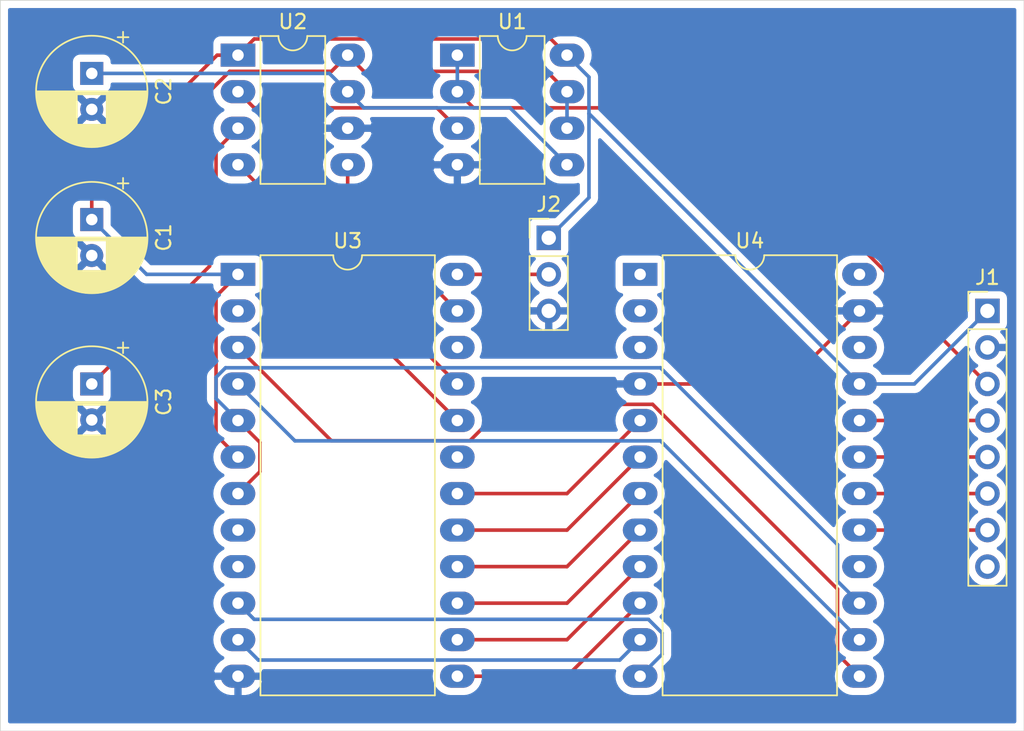
<source format=kicad_pcb>
(kicad_pcb (version 20171130) (host pcbnew "(5.1.10-1-10_14)")

  (general
    (thickness 1.6)
    (drawings 4)
    (tracks 94)
    (zones 0)
    (modules 9)
    (nets 38)
  )

  (page A4)
  (layers
    (0 F.Cu signal)
    (31 B.Cu signal hide)
    (32 B.Adhes user)
    (33 F.Adhes user)
    (34 B.Paste user)
    (35 F.Paste user)
    (36 B.SilkS user)
    (37 F.SilkS user)
    (38 B.Mask user)
    (39 F.Mask user)
    (40 Dwgs.User user)
    (41 Cmts.User user)
    (42 Eco1.User user)
    (43 Eco2.User user)
    (44 Edge.Cuts user)
    (45 Margin user)
    (46 B.CrtYd user)
    (47 F.CrtYd user)
    (48 B.Fab user)
    (49 F.Fab user)
  )

  (setup
    (last_trace_width 0.25)
    (trace_clearance 0.2)
    (zone_clearance 0.508)
    (zone_45_only no)
    (trace_min 0.2)
    (via_size 0.8)
    (via_drill 0.4)
    (via_min_size 0.4)
    (via_min_drill 0.3)
    (uvia_size 0.3)
    (uvia_drill 0.1)
    (uvias_allowed no)
    (uvia_min_size 0.2)
    (uvia_min_drill 0.1)
    (edge_width 0.05)
    (segment_width 0.2)
    (pcb_text_width 0.3)
    (pcb_text_size 1.5 1.5)
    (mod_edge_width 0.12)
    (mod_text_size 1 1)
    (mod_text_width 0.15)
    (pad_size 1.524 1.524)
    (pad_drill 0.762)
    (pad_to_mask_clearance 0)
    (aux_axis_origin 0 0)
    (visible_elements FFFFFF7F)
    (pcbplotparams
      (layerselection 0x010fc_ffffffff)
      (usegerberextensions false)
      (usegerberattributes true)
      (usegerberadvancedattributes true)
      (creategerberjobfile true)
      (excludeedgelayer true)
      (linewidth 0.100000)
      (plotframeref false)
      (viasonmask false)
      (mode 1)
      (useauxorigin false)
      (hpglpennumber 1)
      (hpglpenspeed 20)
      (hpglpendiameter 15.000000)
      (psnegative false)
      (psa4output false)
      (plotreference true)
      (plotvalue true)
      (plotinvisibletext false)
      (padsonsilk false)
      (subtractmaskfromsilk false)
      (outputformat 1)
      (mirror false)
      (drillshape 1)
      (scaleselection 1)
      (outputdirectory ""))
  )

  (net 0 "")
  (net 1 +5V)
  (net 2 GND)
  (net 3 "Net-(C2-Pad1)")
  (net 4 "Net-(C3-Pad1)")
  (net 5 "Net-(J1-Pad3)")
  (net 6 "Net-(J1-Pad4)")
  (net 7 "Net-(J1-Pad5)")
  (net 8 "Net-(J1-Pad6)")
  (net 9 "Net-(J1-Pad7)")
  (net 10 "Net-(J1-Pad8)")
  (net 11 "Net-(U1-Pad3)")
  (net 12 "Net-(U2-Pad5)")
  (net 13 "Net-(U2-Pad3)")
  (net 14 "Net-(U2-Pad4)")
  (net 15 "Net-(U3-Pad13)")
  (net 16 "Net-(U3-Pad2)")
  (net 17 "Net-(U3-Pad14)")
  (net 18 "Net-(U3-Pad3)")
  (net 19 "Net-(U3-Pad15)")
  (net 20 "Net-(U3-Pad4)")
  (net 21 "Net-(U3-Pad16)")
  (net 22 "Net-(U3-Pad5)")
  (net 23 "Net-(U3-Pad17)")
  (net 24 "Net-(U3-Pad18)")
  (net 25 "Net-(U3-Pad19)")
  (net 26 "Net-(U3-Pad8)")
  (net 27 "Net-(U3-Pad9)")
  (net 28 "Net-(U3-Pad10)")
  (net 29 "Net-(U3-Pad22)")
  (net 30 "Net-(U3-Pad11)")
  (net 31 "Net-(U4-Pad24)")
  (net 32 "Net-(U4-Pad22)")
  (net 33 "Net-(U4-Pad16)")
  (net 34 "Net-(U4-Pad3)")
  (net 35 "Net-(U4-Pad2)")
  (net 36 "Net-(U4-Pad1)")
  (net 37 "Net-(J2-Pad2)")

  (net_class Default "This is the default net class."
    (clearance 0.2)
    (trace_width 0.25)
    (via_dia 0.8)
    (via_drill 0.4)
    (uvia_dia 0.3)
    (uvia_drill 0.1)
    (add_net +5V)
    (add_net GND)
    (add_net "Net-(C2-Pad1)")
    (add_net "Net-(C3-Pad1)")
    (add_net "Net-(J1-Pad3)")
    (add_net "Net-(J1-Pad4)")
    (add_net "Net-(J1-Pad5)")
    (add_net "Net-(J1-Pad6)")
    (add_net "Net-(J1-Pad7)")
    (add_net "Net-(J1-Pad8)")
    (add_net "Net-(J2-Pad2)")
    (add_net "Net-(U1-Pad3)")
    (add_net "Net-(U2-Pad3)")
    (add_net "Net-(U2-Pad4)")
    (add_net "Net-(U2-Pad5)")
    (add_net "Net-(U3-Pad10)")
    (add_net "Net-(U3-Pad11)")
    (add_net "Net-(U3-Pad13)")
    (add_net "Net-(U3-Pad14)")
    (add_net "Net-(U3-Pad15)")
    (add_net "Net-(U3-Pad16)")
    (add_net "Net-(U3-Pad17)")
    (add_net "Net-(U3-Pad18)")
    (add_net "Net-(U3-Pad19)")
    (add_net "Net-(U3-Pad2)")
    (add_net "Net-(U3-Pad22)")
    (add_net "Net-(U3-Pad3)")
    (add_net "Net-(U3-Pad4)")
    (add_net "Net-(U3-Pad5)")
    (add_net "Net-(U3-Pad8)")
    (add_net "Net-(U3-Pad9)")
    (add_net "Net-(U4-Pad1)")
    (add_net "Net-(U4-Pad16)")
    (add_net "Net-(U4-Pad2)")
    (add_net "Net-(U4-Pad22)")
    (add_net "Net-(U4-Pad24)")
    (add_net "Net-(U4-Pad3)")
  )

  (module Connector_PinHeader_2.54mm:PinHeader_1x03_P2.54mm_Vertical (layer F.Cu) (tedit 59FED5CC) (tstamp 61063D77)
    (at 64.77 81.28)
    (descr "Through hole straight pin header, 1x03, 2.54mm pitch, single row")
    (tags "Through hole pin header THT 1x03 2.54mm single row")
    (path /610B5902)
    (fp_text reference J2 (at 0 -2.33) (layer F.SilkS)
      (effects (font (size 1 1) (thickness 0.15)))
    )
    (fp_text value Conn_01x03_Male (at -2.54 5.08 90) (layer F.Fab)
      (effects (font (size 1 1) (thickness 0.15)))
    )
    (fp_text user %R (at 0 2.54 90) (layer F.Fab)
      (effects (font (size 1 1) (thickness 0.15)))
    )
    (fp_line (start -0.635 -1.27) (end 1.27 -1.27) (layer F.Fab) (width 0.1))
    (fp_line (start 1.27 -1.27) (end 1.27 6.35) (layer F.Fab) (width 0.1))
    (fp_line (start 1.27 6.35) (end -1.27 6.35) (layer F.Fab) (width 0.1))
    (fp_line (start -1.27 6.35) (end -1.27 -0.635) (layer F.Fab) (width 0.1))
    (fp_line (start -1.27 -0.635) (end -0.635 -1.27) (layer F.Fab) (width 0.1))
    (fp_line (start -1.33 6.41) (end 1.33 6.41) (layer F.SilkS) (width 0.12))
    (fp_line (start -1.33 1.27) (end -1.33 6.41) (layer F.SilkS) (width 0.12))
    (fp_line (start 1.33 1.27) (end 1.33 6.41) (layer F.SilkS) (width 0.12))
    (fp_line (start -1.33 1.27) (end 1.33 1.27) (layer F.SilkS) (width 0.12))
    (fp_line (start -1.33 0) (end -1.33 -1.33) (layer F.SilkS) (width 0.12))
    (fp_line (start -1.33 -1.33) (end 0 -1.33) (layer F.SilkS) (width 0.12))
    (fp_line (start -1.8 -1.8) (end -1.8 6.85) (layer F.CrtYd) (width 0.05))
    (fp_line (start -1.8 6.85) (end 1.8 6.85) (layer F.CrtYd) (width 0.05))
    (fp_line (start 1.8 6.85) (end 1.8 -1.8) (layer F.CrtYd) (width 0.05))
    (fp_line (start 1.8 -1.8) (end -1.8 -1.8) (layer F.CrtYd) (width 0.05))
    (pad 3 thru_hole oval (at 0 5.08) (size 1.7 1.7) (drill 1) (layers *.Cu *.Mask)
      (net 2 GND))
    (pad 2 thru_hole oval (at 0 2.54) (size 1.7 1.7) (drill 1) (layers *.Cu *.Mask)
      (net 37 "Net-(J2-Pad2)"))
    (pad 1 thru_hole rect (at 0 0) (size 1.7 1.7) (drill 1) (layers *.Cu *.Mask)
      (net 1 +5V))
    (model ${KISYS3DMOD}/Connector_PinHeader_2.54mm.3dshapes/PinHeader_1x03_P2.54mm_Vertical.wrl
      (at (xyz 0 0 0))
      (scale (xyz 1 1 1))
      (rotate (xyz 0 0 0))
    )
  )

  (module Capacitor_THT:CP_Radial_D7.5mm_P2.50mm (layer F.Cu) (tedit 5AE50EF0) (tstamp 61059CD6)
    (at 33.02 80.01 270)
    (descr "CP, Radial series, Radial, pin pitch=2.50mm, , diameter=7.5mm, Electrolytic Capacitor")
    (tags "CP Radial series Radial pin pitch 2.50mm  diameter 7.5mm Electrolytic Capacitor")
    (path /61080863)
    (fp_text reference C1 (at 1.25 -5 90) (layer F.SilkS)
      (effects (font (size 1 1) (thickness 0.15)))
    )
    (fp_text value 100n (at 1.25 5 90) (layer F.Fab)
      (effects (font (size 1 1) (thickness 0.15)))
    )
    (fp_line (start -2.517211 -2.55) (end -2.517211 -1.8) (layer F.SilkS) (width 0.12))
    (fp_line (start -2.892211 -2.175) (end -2.142211 -2.175) (layer F.SilkS) (width 0.12))
    (fp_line (start 5.091 -0.441) (end 5.091 0.441) (layer F.SilkS) (width 0.12))
    (fp_line (start 5.051 -0.693) (end 5.051 0.693) (layer F.SilkS) (width 0.12))
    (fp_line (start 5.011 -0.877) (end 5.011 0.877) (layer F.SilkS) (width 0.12))
    (fp_line (start 4.971 -1.028) (end 4.971 1.028) (layer F.SilkS) (width 0.12))
    (fp_line (start 4.931 -1.158) (end 4.931 1.158) (layer F.SilkS) (width 0.12))
    (fp_line (start 4.891 -1.275) (end 4.891 1.275) (layer F.SilkS) (width 0.12))
    (fp_line (start 4.851 -1.381) (end 4.851 1.381) (layer F.SilkS) (width 0.12))
    (fp_line (start 4.811 -1.478) (end 4.811 1.478) (layer F.SilkS) (width 0.12))
    (fp_line (start 4.771 -1.569) (end 4.771 1.569) (layer F.SilkS) (width 0.12))
    (fp_line (start 4.731 -1.654) (end 4.731 1.654) (layer F.SilkS) (width 0.12))
    (fp_line (start 4.691 -1.733) (end 4.691 1.733) (layer F.SilkS) (width 0.12))
    (fp_line (start 4.651 -1.809) (end 4.651 1.809) (layer F.SilkS) (width 0.12))
    (fp_line (start 4.611 -1.881) (end 4.611 1.881) (layer F.SilkS) (width 0.12))
    (fp_line (start 4.571 -1.949) (end 4.571 1.949) (layer F.SilkS) (width 0.12))
    (fp_line (start 4.531 -2.014) (end 4.531 2.014) (layer F.SilkS) (width 0.12))
    (fp_line (start 4.491 -2.077) (end 4.491 2.077) (layer F.SilkS) (width 0.12))
    (fp_line (start 4.451 -2.137) (end 4.451 2.137) (layer F.SilkS) (width 0.12))
    (fp_line (start 4.411 -2.195) (end 4.411 2.195) (layer F.SilkS) (width 0.12))
    (fp_line (start 4.371 -2.25) (end 4.371 2.25) (layer F.SilkS) (width 0.12))
    (fp_line (start 4.331 -2.304) (end 4.331 2.304) (layer F.SilkS) (width 0.12))
    (fp_line (start 4.291 -2.355) (end 4.291 2.355) (layer F.SilkS) (width 0.12))
    (fp_line (start 4.251 -2.405) (end 4.251 2.405) (layer F.SilkS) (width 0.12))
    (fp_line (start 4.211 -2.454) (end 4.211 2.454) (layer F.SilkS) (width 0.12))
    (fp_line (start 4.171 -2.5) (end 4.171 2.5) (layer F.SilkS) (width 0.12))
    (fp_line (start 4.131 -2.546) (end 4.131 2.546) (layer F.SilkS) (width 0.12))
    (fp_line (start 4.091 -2.589) (end 4.091 2.589) (layer F.SilkS) (width 0.12))
    (fp_line (start 4.051 -2.632) (end 4.051 2.632) (layer F.SilkS) (width 0.12))
    (fp_line (start 4.011 -2.673) (end 4.011 2.673) (layer F.SilkS) (width 0.12))
    (fp_line (start 3.971 -2.713) (end 3.971 2.713) (layer F.SilkS) (width 0.12))
    (fp_line (start 3.931 -2.752) (end 3.931 2.752) (layer F.SilkS) (width 0.12))
    (fp_line (start 3.891 -2.79) (end 3.891 2.79) (layer F.SilkS) (width 0.12))
    (fp_line (start 3.851 -2.827) (end 3.851 2.827) (layer F.SilkS) (width 0.12))
    (fp_line (start 3.811 -2.863) (end 3.811 2.863) (layer F.SilkS) (width 0.12))
    (fp_line (start 3.771 -2.898) (end 3.771 2.898) (layer F.SilkS) (width 0.12))
    (fp_line (start 3.731 -2.931) (end 3.731 2.931) (layer F.SilkS) (width 0.12))
    (fp_line (start 3.691 -2.964) (end 3.691 2.964) (layer F.SilkS) (width 0.12))
    (fp_line (start 3.651 -2.996) (end 3.651 2.996) (layer F.SilkS) (width 0.12))
    (fp_line (start 3.611 -3.028) (end 3.611 3.028) (layer F.SilkS) (width 0.12))
    (fp_line (start 3.571 -3.058) (end 3.571 3.058) (layer F.SilkS) (width 0.12))
    (fp_line (start 3.531 1.04) (end 3.531 3.088) (layer F.SilkS) (width 0.12))
    (fp_line (start 3.531 -3.088) (end 3.531 -1.04) (layer F.SilkS) (width 0.12))
    (fp_line (start 3.491 1.04) (end 3.491 3.116) (layer F.SilkS) (width 0.12))
    (fp_line (start 3.491 -3.116) (end 3.491 -1.04) (layer F.SilkS) (width 0.12))
    (fp_line (start 3.451 1.04) (end 3.451 3.144) (layer F.SilkS) (width 0.12))
    (fp_line (start 3.451 -3.144) (end 3.451 -1.04) (layer F.SilkS) (width 0.12))
    (fp_line (start 3.411 1.04) (end 3.411 3.172) (layer F.SilkS) (width 0.12))
    (fp_line (start 3.411 -3.172) (end 3.411 -1.04) (layer F.SilkS) (width 0.12))
    (fp_line (start 3.371 1.04) (end 3.371 3.198) (layer F.SilkS) (width 0.12))
    (fp_line (start 3.371 -3.198) (end 3.371 -1.04) (layer F.SilkS) (width 0.12))
    (fp_line (start 3.331 1.04) (end 3.331 3.224) (layer F.SilkS) (width 0.12))
    (fp_line (start 3.331 -3.224) (end 3.331 -1.04) (layer F.SilkS) (width 0.12))
    (fp_line (start 3.291 1.04) (end 3.291 3.249) (layer F.SilkS) (width 0.12))
    (fp_line (start 3.291 -3.249) (end 3.291 -1.04) (layer F.SilkS) (width 0.12))
    (fp_line (start 3.251 1.04) (end 3.251 3.274) (layer F.SilkS) (width 0.12))
    (fp_line (start 3.251 -3.274) (end 3.251 -1.04) (layer F.SilkS) (width 0.12))
    (fp_line (start 3.211 1.04) (end 3.211 3.297) (layer F.SilkS) (width 0.12))
    (fp_line (start 3.211 -3.297) (end 3.211 -1.04) (layer F.SilkS) (width 0.12))
    (fp_line (start 3.171 1.04) (end 3.171 3.321) (layer F.SilkS) (width 0.12))
    (fp_line (start 3.171 -3.321) (end 3.171 -1.04) (layer F.SilkS) (width 0.12))
    (fp_line (start 3.131 1.04) (end 3.131 3.343) (layer F.SilkS) (width 0.12))
    (fp_line (start 3.131 -3.343) (end 3.131 -1.04) (layer F.SilkS) (width 0.12))
    (fp_line (start 3.091 1.04) (end 3.091 3.365) (layer F.SilkS) (width 0.12))
    (fp_line (start 3.091 -3.365) (end 3.091 -1.04) (layer F.SilkS) (width 0.12))
    (fp_line (start 3.051 1.04) (end 3.051 3.386) (layer F.SilkS) (width 0.12))
    (fp_line (start 3.051 -3.386) (end 3.051 -1.04) (layer F.SilkS) (width 0.12))
    (fp_line (start 3.011 1.04) (end 3.011 3.407) (layer F.SilkS) (width 0.12))
    (fp_line (start 3.011 -3.407) (end 3.011 -1.04) (layer F.SilkS) (width 0.12))
    (fp_line (start 2.971 1.04) (end 2.971 3.427) (layer F.SilkS) (width 0.12))
    (fp_line (start 2.971 -3.427) (end 2.971 -1.04) (layer F.SilkS) (width 0.12))
    (fp_line (start 2.931 1.04) (end 2.931 3.447) (layer F.SilkS) (width 0.12))
    (fp_line (start 2.931 -3.447) (end 2.931 -1.04) (layer F.SilkS) (width 0.12))
    (fp_line (start 2.891 1.04) (end 2.891 3.466) (layer F.SilkS) (width 0.12))
    (fp_line (start 2.891 -3.466) (end 2.891 -1.04) (layer F.SilkS) (width 0.12))
    (fp_line (start 2.851 1.04) (end 2.851 3.484) (layer F.SilkS) (width 0.12))
    (fp_line (start 2.851 -3.484) (end 2.851 -1.04) (layer F.SilkS) (width 0.12))
    (fp_line (start 2.811 1.04) (end 2.811 3.502) (layer F.SilkS) (width 0.12))
    (fp_line (start 2.811 -3.502) (end 2.811 -1.04) (layer F.SilkS) (width 0.12))
    (fp_line (start 2.771 1.04) (end 2.771 3.52) (layer F.SilkS) (width 0.12))
    (fp_line (start 2.771 -3.52) (end 2.771 -1.04) (layer F.SilkS) (width 0.12))
    (fp_line (start 2.731 1.04) (end 2.731 3.536) (layer F.SilkS) (width 0.12))
    (fp_line (start 2.731 -3.536) (end 2.731 -1.04) (layer F.SilkS) (width 0.12))
    (fp_line (start 2.691 1.04) (end 2.691 3.553) (layer F.SilkS) (width 0.12))
    (fp_line (start 2.691 -3.553) (end 2.691 -1.04) (layer F.SilkS) (width 0.12))
    (fp_line (start 2.651 1.04) (end 2.651 3.568) (layer F.SilkS) (width 0.12))
    (fp_line (start 2.651 -3.568) (end 2.651 -1.04) (layer F.SilkS) (width 0.12))
    (fp_line (start 2.611 1.04) (end 2.611 3.584) (layer F.SilkS) (width 0.12))
    (fp_line (start 2.611 -3.584) (end 2.611 -1.04) (layer F.SilkS) (width 0.12))
    (fp_line (start 2.571 1.04) (end 2.571 3.598) (layer F.SilkS) (width 0.12))
    (fp_line (start 2.571 -3.598) (end 2.571 -1.04) (layer F.SilkS) (width 0.12))
    (fp_line (start 2.531 1.04) (end 2.531 3.613) (layer F.SilkS) (width 0.12))
    (fp_line (start 2.531 -3.613) (end 2.531 -1.04) (layer F.SilkS) (width 0.12))
    (fp_line (start 2.491 1.04) (end 2.491 3.626) (layer F.SilkS) (width 0.12))
    (fp_line (start 2.491 -3.626) (end 2.491 -1.04) (layer F.SilkS) (width 0.12))
    (fp_line (start 2.451 1.04) (end 2.451 3.64) (layer F.SilkS) (width 0.12))
    (fp_line (start 2.451 -3.64) (end 2.451 -1.04) (layer F.SilkS) (width 0.12))
    (fp_line (start 2.411 1.04) (end 2.411 3.653) (layer F.SilkS) (width 0.12))
    (fp_line (start 2.411 -3.653) (end 2.411 -1.04) (layer F.SilkS) (width 0.12))
    (fp_line (start 2.371 1.04) (end 2.371 3.665) (layer F.SilkS) (width 0.12))
    (fp_line (start 2.371 -3.665) (end 2.371 -1.04) (layer F.SilkS) (width 0.12))
    (fp_line (start 2.331 1.04) (end 2.331 3.677) (layer F.SilkS) (width 0.12))
    (fp_line (start 2.331 -3.677) (end 2.331 -1.04) (layer F.SilkS) (width 0.12))
    (fp_line (start 2.291 1.04) (end 2.291 3.688) (layer F.SilkS) (width 0.12))
    (fp_line (start 2.291 -3.688) (end 2.291 -1.04) (layer F.SilkS) (width 0.12))
    (fp_line (start 2.251 1.04) (end 2.251 3.699) (layer F.SilkS) (width 0.12))
    (fp_line (start 2.251 -3.699) (end 2.251 -1.04) (layer F.SilkS) (width 0.12))
    (fp_line (start 2.211 1.04) (end 2.211 3.71) (layer F.SilkS) (width 0.12))
    (fp_line (start 2.211 -3.71) (end 2.211 -1.04) (layer F.SilkS) (width 0.12))
    (fp_line (start 2.171 1.04) (end 2.171 3.72) (layer F.SilkS) (width 0.12))
    (fp_line (start 2.171 -3.72) (end 2.171 -1.04) (layer F.SilkS) (width 0.12))
    (fp_line (start 2.131 1.04) (end 2.131 3.729) (layer F.SilkS) (width 0.12))
    (fp_line (start 2.131 -3.729) (end 2.131 -1.04) (layer F.SilkS) (width 0.12))
    (fp_line (start 2.091 1.04) (end 2.091 3.738) (layer F.SilkS) (width 0.12))
    (fp_line (start 2.091 -3.738) (end 2.091 -1.04) (layer F.SilkS) (width 0.12))
    (fp_line (start 2.051 1.04) (end 2.051 3.747) (layer F.SilkS) (width 0.12))
    (fp_line (start 2.051 -3.747) (end 2.051 -1.04) (layer F.SilkS) (width 0.12))
    (fp_line (start 2.011 1.04) (end 2.011 3.755) (layer F.SilkS) (width 0.12))
    (fp_line (start 2.011 -3.755) (end 2.011 -1.04) (layer F.SilkS) (width 0.12))
    (fp_line (start 1.971 1.04) (end 1.971 3.763) (layer F.SilkS) (width 0.12))
    (fp_line (start 1.971 -3.763) (end 1.971 -1.04) (layer F.SilkS) (width 0.12))
    (fp_line (start 1.93 1.04) (end 1.93 3.77) (layer F.SilkS) (width 0.12))
    (fp_line (start 1.93 -3.77) (end 1.93 -1.04) (layer F.SilkS) (width 0.12))
    (fp_line (start 1.89 1.04) (end 1.89 3.777) (layer F.SilkS) (width 0.12))
    (fp_line (start 1.89 -3.777) (end 1.89 -1.04) (layer F.SilkS) (width 0.12))
    (fp_line (start 1.85 1.04) (end 1.85 3.784) (layer F.SilkS) (width 0.12))
    (fp_line (start 1.85 -3.784) (end 1.85 -1.04) (layer F.SilkS) (width 0.12))
    (fp_line (start 1.81 1.04) (end 1.81 3.79) (layer F.SilkS) (width 0.12))
    (fp_line (start 1.81 -3.79) (end 1.81 -1.04) (layer F.SilkS) (width 0.12))
    (fp_line (start 1.77 1.04) (end 1.77 3.795) (layer F.SilkS) (width 0.12))
    (fp_line (start 1.77 -3.795) (end 1.77 -1.04) (layer F.SilkS) (width 0.12))
    (fp_line (start 1.73 1.04) (end 1.73 3.801) (layer F.SilkS) (width 0.12))
    (fp_line (start 1.73 -3.801) (end 1.73 -1.04) (layer F.SilkS) (width 0.12))
    (fp_line (start 1.69 1.04) (end 1.69 3.805) (layer F.SilkS) (width 0.12))
    (fp_line (start 1.69 -3.805) (end 1.69 -1.04) (layer F.SilkS) (width 0.12))
    (fp_line (start 1.65 1.04) (end 1.65 3.81) (layer F.SilkS) (width 0.12))
    (fp_line (start 1.65 -3.81) (end 1.65 -1.04) (layer F.SilkS) (width 0.12))
    (fp_line (start 1.61 1.04) (end 1.61 3.814) (layer F.SilkS) (width 0.12))
    (fp_line (start 1.61 -3.814) (end 1.61 -1.04) (layer F.SilkS) (width 0.12))
    (fp_line (start 1.57 1.04) (end 1.57 3.817) (layer F.SilkS) (width 0.12))
    (fp_line (start 1.57 -3.817) (end 1.57 -1.04) (layer F.SilkS) (width 0.12))
    (fp_line (start 1.53 1.04) (end 1.53 3.82) (layer F.SilkS) (width 0.12))
    (fp_line (start 1.53 -3.82) (end 1.53 -1.04) (layer F.SilkS) (width 0.12))
    (fp_line (start 1.49 1.04) (end 1.49 3.823) (layer F.SilkS) (width 0.12))
    (fp_line (start 1.49 -3.823) (end 1.49 -1.04) (layer F.SilkS) (width 0.12))
    (fp_line (start 1.45 -3.825) (end 1.45 3.825) (layer F.SilkS) (width 0.12))
    (fp_line (start 1.41 -3.827) (end 1.41 3.827) (layer F.SilkS) (width 0.12))
    (fp_line (start 1.37 -3.829) (end 1.37 3.829) (layer F.SilkS) (width 0.12))
    (fp_line (start 1.33 -3.83) (end 1.33 3.83) (layer F.SilkS) (width 0.12))
    (fp_line (start 1.29 -3.83) (end 1.29 3.83) (layer F.SilkS) (width 0.12))
    (fp_line (start 1.25 -3.83) (end 1.25 3.83) (layer F.SilkS) (width 0.12))
    (fp_line (start -1.586233 -2.0125) (end -1.586233 -1.2625) (layer F.Fab) (width 0.1))
    (fp_line (start -1.961233 -1.6375) (end -1.211233 -1.6375) (layer F.Fab) (width 0.1))
    (fp_circle (center 1.25 0) (end 5.25 0) (layer F.CrtYd) (width 0.05))
    (fp_circle (center 1.25 0) (end 5.12 0) (layer F.SilkS) (width 0.12))
    (fp_circle (center 1.25 0) (end 5 0) (layer F.Fab) (width 0.1))
    (fp_text user %R (at 1.25 0 90) (layer F.Fab)
      (effects (font (size 1 1) (thickness 0.15)))
    )
    (pad 1 thru_hole rect (at 0 0 270) (size 1.6 1.6) (drill 0.8) (layers *.Cu *.Mask)
      (net 1 +5V))
    (pad 2 thru_hole circle (at 2.5 0 270) (size 1.6 1.6) (drill 0.8) (layers *.Cu *.Mask)
      (net 2 GND))
    (model ${KISYS3DMOD}/Capacitor_THT.3dshapes/CP_Radial_D7.5mm_P2.50mm.wrl
      (at (xyz 0 0 0))
      (scale (xyz 1 1 1))
      (rotate (xyz 0 0 0))
    )
  )

  (module Capacitor_THT:CP_Radial_D7.5mm_P2.50mm (layer F.Cu) (tedit 5AE50EF0) (tstamp 61059D79)
    (at 33.02 69.85 270)
    (descr "CP, Radial series, Radial, pin pitch=2.50mm, , diameter=7.5mm, Electrolytic Capacitor")
    (tags "CP Radial series Radial pin pitch 2.50mm  diameter 7.5mm Electrolytic Capacitor")
    (path /610794AA)
    (fp_text reference C2 (at 1.25 -5 90) (layer F.SilkS)
      (effects (font (size 1 1) (thickness 0.15)))
    )
    (fp_text value 10u (at 1.25 5 90) (layer F.Fab)
      (effects (font (size 1 1) (thickness 0.15)))
    )
    (fp_line (start -2.517211 -2.55) (end -2.517211 -1.8) (layer F.SilkS) (width 0.12))
    (fp_line (start -2.892211 -2.175) (end -2.142211 -2.175) (layer F.SilkS) (width 0.12))
    (fp_line (start 5.091 -0.441) (end 5.091 0.441) (layer F.SilkS) (width 0.12))
    (fp_line (start 5.051 -0.693) (end 5.051 0.693) (layer F.SilkS) (width 0.12))
    (fp_line (start 5.011 -0.877) (end 5.011 0.877) (layer F.SilkS) (width 0.12))
    (fp_line (start 4.971 -1.028) (end 4.971 1.028) (layer F.SilkS) (width 0.12))
    (fp_line (start 4.931 -1.158) (end 4.931 1.158) (layer F.SilkS) (width 0.12))
    (fp_line (start 4.891 -1.275) (end 4.891 1.275) (layer F.SilkS) (width 0.12))
    (fp_line (start 4.851 -1.381) (end 4.851 1.381) (layer F.SilkS) (width 0.12))
    (fp_line (start 4.811 -1.478) (end 4.811 1.478) (layer F.SilkS) (width 0.12))
    (fp_line (start 4.771 -1.569) (end 4.771 1.569) (layer F.SilkS) (width 0.12))
    (fp_line (start 4.731 -1.654) (end 4.731 1.654) (layer F.SilkS) (width 0.12))
    (fp_line (start 4.691 -1.733) (end 4.691 1.733) (layer F.SilkS) (width 0.12))
    (fp_line (start 4.651 -1.809) (end 4.651 1.809) (layer F.SilkS) (width 0.12))
    (fp_line (start 4.611 -1.881) (end 4.611 1.881) (layer F.SilkS) (width 0.12))
    (fp_line (start 4.571 -1.949) (end 4.571 1.949) (layer F.SilkS) (width 0.12))
    (fp_line (start 4.531 -2.014) (end 4.531 2.014) (layer F.SilkS) (width 0.12))
    (fp_line (start 4.491 -2.077) (end 4.491 2.077) (layer F.SilkS) (width 0.12))
    (fp_line (start 4.451 -2.137) (end 4.451 2.137) (layer F.SilkS) (width 0.12))
    (fp_line (start 4.411 -2.195) (end 4.411 2.195) (layer F.SilkS) (width 0.12))
    (fp_line (start 4.371 -2.25) (end 4.371 2.25) (layer F.SilkS) (width 0.12))
    (fp_line (start 4.331 -2.304) (end 4.331 2.304) (layer F.SilkS) (width 0.12))
    (fp_line (start 4.291 -2.355) (end 4.291 2.355) (layer F.SilkS) (width 0.12))
    (fp_line (start 4.251 -2.405) (end 4.251 2.405) (layer F.SilkS) (width 0.12))
    (fp_line (start 4.211 -2.454) (end 4.211 2.454) (layer F.SilkS) (width 0.12))
    (fp_line (start 4.171 -2.5) (end 4.171 2.5) (layer F.SilkS) (width 0.12))
    (fp_line (start 4.131 -2.546) (end 4.131 2.546) (layer F.SilkS) (width 0.12))
    (fp_line (start 4.091 -2.589) (end 4.091 2.589) (layer F.SilkS) (width 0.12))
    (fp_line (start 4.051 -2.632) (end 4.051 2.632) (layer F.SilkS) (width 0.12))
    (fp_line (start 4.011 -2.673) (end 4.011 2.673) (layer F.SilkS) (width 0.12))
    (fp_line (start 3.971 -2.713) (end 3.971 2.713) (layer F.SilkS) (width 0.12))
    (fp_line (start 3.931 -2.752) (end 3.931 2.752) (layer F.SilkS) (width 0.12))
    (fp_line (start 3.891 -2.79) (end 3.891 2.79) (layer F.SilkS) (width 0.12))
    (fp_line (start 3.851 -2.827) (end 3.851 2.827) (layer F.SilkS) (width 0.12))
    (fp_line (start 3.811 -2.863) (end 3.811 2.863) (layer F.SilkS) (width 0.12))
    (fp_line (start 3.771 -2.898) (end 3.771 2.898) (layer F.SilkS) (width 0.12))
    (fp_line (start 3.731 -2.931) (end 3.731 2.931) (layer F.SilkS) (width 0.12))
    (fp_line (start 3.691 -2.964) (end 3.691 2.964) (layer F.SilkS) (width 0.12))
    (fp_line (start 3.651 -2.996) (end 3.651 2.996) (layer F.SilkS) (width 0.12))
    (fp_line (start 3.611 -3.028) (end 3.611 3.028) (layer F.SilkS) (width 0.12))
    (fp_line (start 3.571 -3.058) (end 3.571 3.058) (layer F.SilkS) (width 0.12))
    (fp_line (start 3.531 1.04) (end 3.531 3.088) (layer F.SilkS) (width 0.12))
    (fp_line (start 3.531 -3.088) (end 3.531 -1.04) (layer F.SilkS) (width 0.12))
    (fp_line (start 3.491 1.04) (end 3.491 3.116) (layer F.SilkS) (width 0.12))
    (fp_line (start 3.491 -3.116) (end 3.491 -1.04) (layer F.SilkS) (width 0.12))
    (fp_line (start 3.451 1.04) (end 3.451 3.144) (layer F.SilkS) (width 0.12))
    (fp_line (start 3.451 -3.144) (end 3.451 -1.04) (layer F.SilkS) (width 0.12))
    (fp_line (start 3.411 1.04) (end 3.411 3.172) (layer F.SilkS) (width 0.12))
    (fp_line (start 3.411 -3.172) (end 3.411 -1.04) (layer F.SilkS) (width 0.12))
    (fp_line (start 3.371 1.04) (end 3.371 3.198) (layer F.SilkS) (width 0.12))
    (fp_line (start 3.371 -3.198) (end 3.371 -1.04) (layer F.SilkS) (width 0.12))
    (fp_line (start 3.331 1.04) (end 3.331 3.224) (layer F.SilkS) (width 0.12))
    (fp_line (start 3.331 -3.224) (end 3.331 -1.04) (layer F.SilkS) (width 0.12))
    (fp_line (start 3.291 1.04) (end 3.291 3.249) (layer F.SilkS) (width 0.12))
    (fp_line (start 3.291 -3.249) (end 3.291 -1.04) (layer F.SilkS) (width 0.12))
    (fp_line (start 3.251 1.04) (end 3.251 3.274) (layer F.SilkS) (width 0.12))
    (fp_line (start 3.251 -3.274) (end 3.251 -1.04) (layer F.SilkS) (width 0.12))
    (fp_line (start 3.211 1.04) (end 3.211 3.297) (layer F.SilkS) (width 0.12))
    (fp_line (start 3.211 -3.297) (end 3.211 -1.04) (layer F.SilkS) (width 0.12))
    (fp_line (start 3.171 1.04) (end 3.171 3.321) (layer F.SilkS) (width 0.12))
    (fp_line (start 3.171 -3.321) (end 3.171 -1.04) (layer F.SilkS) (width 0.12))
    (fp_line (start 3.131 1.04) (end 3.131 3.343) (layer F.SilkS) (width 0.12))
    (fp_line (start 3.131 -3.343) (end 3.131 -1.04) (layer F.SilkS) (width 0.12))
    (fp_line (start 3.091 1.04) (end 3.091 3.365) (layer F.SilkS) (width 0.12))
    (fp_line (start 3.091 -3.365) (end 3.091 -1.04) (layer F.SilkS) (width 0.12))
    (fp_line (start 3.051 1.04) (end 3.051 3.386) (layer F.SilkS) (width 0.12))
    (fp_line (start 3.051 -3.386) (end 3.051 -1.04) (layer F.SilkS) (width 0.12))
    (fp_line (start 3.011 1.04) (end 3.011 3.407) (layer F.SilkS) (width 0.12))
    (fp_line (start 3.011 -3.407) (end 3.011 -1.04) (layer F.SilkS) (width 0.12))
    (fp_line (start 2.971 1.04) (end 2.971 3.427) (layer F.SilkS) (width 0.12))
    (fp_line (start 2.971 -3.427) (end 2.971 -1.04) (layer F.SilkS) (width 0.12))
    (fp_line (start 2.931 1.04) (end 2.931 3.447) (layer F.SilkS) (width 0.12))
    (fp_line (start 2.931 -3.447) (end 2.931 -1.04) (layer F.SilkS) (width 0.12))
    (fp_line (start 2.891 1.04) (end 2.891 3.466) (layer F.SilkS) (width 0.12))
    (fp_line (start 2.891 -3.466) (end 2.891 -1.04) (layer F.SilkS) (width 0.12))
    (fp_line (start 2.851 1.04) (end 2.851 3.484) (layer F.SilkS) (width 0.12))
    (fp_line (start 2.851 -3.484) (end 2.851 -1.04) (layer F.SilkS) (width 0.12))
    (fp_line (start 2.811 1.04) (end 2.811 3.502) (layer F.SilkS) (width 0.12))
    (fp_line (start 2.811 -3.502) (end 2.811 -1.04) (layer F.SilkS) (width 0.12))
    (fp_line (start 2.771 1.04) (end 2.771 3.52) (layer F.SilkS) (width 0.12))
    (fp_line (start 2.771 -3.52) (end 2.771 -1.04) (layer F.SilkS) (width 0.12))
    (fp_line (start 2.731 1.04) (end 2.731 3.536) (layer F.SilkS) (width 0.12))
    (fp_line (start 2.731 -3.536) (end 2.731 -1.04) (layer F.SilkS) (width 0.12))
    (fp_line (start 2.691 1.04) (end 2.691 3.553) (layer F.SilkS) (width 0.12))
    (fp_line (start 2.691 -3.553) (end 2.691 -1.04) (layer F.SilkS) (width 0.12))
    (fp_line (start 2.651 1.04) (end 2.651 3.568) (layer F.SilkS) (width 0.12))
    (fp_line (start 2.651 -3.568) (end 2.651 -1.04) (layer F.SilkS) (width 0.12))
    (fp_line (start 2.611 1.04) (end 2.611 3.584) (layer F.SilkS) (width 0.12))
    (fp_line (start 2.611 -3.584) (end 2.611 -1.04) (layer F.SilkS) (width 0.12))
    (fp_line (start 2.571 1.04) (end 2.571 3.598) (layer F.SilkS) (width 0.12))
    (fp_line (start 2.571 -3.598) (end 2.571 -1.04) (layer F.SilkS) (width 0.12))
    (fp_line (start 2.531 1.04) (end 2.531 3.613) (layer F.SilkS) (width 0.12))
    (fp_line (start 2.531 -3.613) (end 2.531 -1.04) (layer F.SilkS) (width 0.12))
    (fp_line (start 2.491 1.04) (end 2.491 3.626) (layer F.SilkS) (width 0.12))
    (fp_line (start 2.491 -3.626) (end 2.491 -1.04) (layer F.SilkS) (width 0.12))
    (fp_line (start 2.451 1.04) (end 2.451 3.64) (layer F.SilkS) (width 0.12))
    (fp_line (start 2.451 -3.64) (end 2.451 -1.04) (layer F.SilkS) (width 0.12))
    (fp_line (start 2.411 1.04) (end 2.411 3.653) (layer F.SilkS) (width 0.12))
    (fp_line (start 2.411 -3.653) (end 2.411 -1.04) (layer F.SilkS) (width 0.12))
    (fp_line (start 2.371 1.04) (end 2.371 3.665) (layer F.SilkS) (width 0.12))
    (fp_line (start 2.371 -3.665) (end 2.371 -1.04) (layer F.SilkS) (width 0.12))
    (fp_line (start 2.331 1.04) (end 2.331 3.677) (layer F.SilkS) (width 0.12))
    (fp_line (start 2.331 -3.677) (end 2.331 -1.04) (layer F.SilkS) (width 0.12))
    (fp_line (start 2.291 1.04) (end 2.291 3.688) (layer F.SilkS) (width 0.12))
    (fp_line (start 2.291 -3.688) (end 2.291 -1.04) (layer F.SilkS) (width 0.12))
    (fp_line (start 2.251 1.04) (end 2.251 3.699) (layer F.SilkS) (width 0.12))
    (fp_line (start 2.251 -3.699) (end 2.251 -1.04) (layer F.SilkS) (width 0.12))
    (fp_line (start 2.211 1.04) (end 2.211 3.71) (layer F.SilkS) (width 0.12))
    (fp_line (start 2.211 -3.71) (end 2.211 -1.04) (layer F.SilkS) (width 0.12))
    (fp_line (start 2.171 1.04) (end 2.171 3.72) (layer F.SilkS) (width 0.12))
    (fp_line (start 2.171 -3.72) (end 2.171 -1.04) (layer F.SilkS) (width 0.12))
    (fp_line (start 2.131 1.04) (end 2.131 3.729) (layer F.SilkS) (width 0.12))
    (fp_line (start 2.131 -3.729) (end 2.131 -1.04) (layer F.SilkS) (width 0.12))
    (fp_line (start 2.091 1.04) (end 2.091 3.738) (layer F.SilkS) (width 0.12))
    (fp_line (start 2.091 -3.738) (end 2.091 -1.04) (layer F.SilkS) (width 0.12))
    (fp_line (start 2.051 1.04) (end 2.051 3.747) (layer F.SilkS) (width 0.12))
    (fp_line (start 2.051 -3.747) (end 2.051 -1.04) (layer F.SilkS) (width 0.12))
    (fp_line (start 2.011 1.04) (end 2.011 3.755) (layer F.SilkS) (width 0.12))
    (fp_line (start 2.011 -3.755) (end 2.011 -1.04) (layer F.SilkS) (width 0.12))
    (fp_line (start 1.971 1.04) (end 1.971 3.763) (layer F.SilkS) (width 0.12))
    (fp_line (start 1.971 -3.763) (end 1.971 -1.04) (layer F.SilkS) (width 0.12))
    (fp_line (start 1.93 1.04) (end 1.93 3.77) (layer F.SilkS) (width 0.12))
    (fp_line (start 1.93 -3.77) (end 1.93 -1.04) (layer F.SilkS) (width 0.12))
    (fp_line (start 1.89 1.04) (end 1.89 3.777) (layer F.SilkS) (width 0.12))
    (fp_line (start 1.89 -3.777) (end 1.89 -1.04) (layer F.SilkS) (width 0.12))
    (fp_line (start 1.85 1.04) (end 1.85 3.784) (layer F.SilkS) (width 0.12))
    (fp_line (start 1.85 -3.784) (end 1.85 -1.04) (layer F.SilkS) (width 0.12))
    (fp_line (start 1.81 1.04) (end 1.81 3.79) (layer F.SilkS) (width 0.12))
    (fp_line (start 1.81 -3.79) (end 1.81 -1.04) (layer F.SilkS) (width 0.12))
    (fp_line (start 1.77 1.04) (end 1.77 3.795) (layer F.SilkS) (width 0.12))
    (fp_line (start 1.77 -3.795) (end 1.77 -1.04) (layer F.SilkS) (width 0.12))
    (fp_line (start 1.73 1.04) (end 1.73 3.801) (layer F.SilkS) (width 0.12))
    (fp_line (start 1.73 -3.801) (end 1.73 -1.04) (layer F.SilkS) (width 0.12))
    (fp_line (start 1.69 1.04) (end 1.69 3.805) (layer F.SilkS) (width 0.12))
    (fp_line (start 1.69 -3.805) (end 1.69 -1.04) (layer F.SilkS) (width 0.12))
    (fp_line (start 1.65 1.04) (end 1.65 3.81) (layer F.SilkS) (width 0.12))
    (fp_line (start 1.65 -3.81) (end 1.65 -1.04) (layer F.SilkS) (width 0.12))
    (fp_line (start 1.61 1.04) (end 1.61 3.814) (layer F.SilkS) (width 0.12))
    (fp_line (start 1.61 -3.814) (end 1.61 -1.04) (layer F.SilkS) (width 0.12))
    (fp_line (start 1.57 1.04) (end 1.57 3.817) (layer F.SilkS) (width 0.12))
    (fp_line (start 1.57 -3.817) (end 1.57 -1.04) (layer F.SilkS) (width 0.12))
    (fp_line (start 1.53 1.04) (end 1.53 3.82) (layer F.SilkS) (width 0.12))
    (fp_line (start 1.53 -3.82) (end 1.53 -1.04) (layer F.SilkS) (width 0.12))
    (fp_line (start 1.49 1.04) (end 1.49 3.823) (layer F.SilkS) (width 0.12))
    (fp_line (start 1.49 -3.823) (end 1.49 -1.04) (layer F.SilkS) (width 0.12))
    (fp_line (start 1.45 -3.825) (end 1.45 3.825) (layer F.SilkS) (width 0.12))
    (fp_line (start 1.41 -3.827) (end 1.41 3.827) (layer F.SilkS) (width 0.12))
    (fp_line (start 1.37 -3.829) (end 1.37 3.829) (layer F.SilkS) (width 0.12))
    (fp_line (start 1.33 -3.83) (end 1.33 3.83) (layer F.SilkS) (width 0.12))
    (fp_line (start 1.29 -3.83) (end 1.29 3.83) (layer F.SilkS) (width 0.12))
    (fp_line (start 1.25 -3.83) (end 1.25 3.83) (layer F.SilkS) (width 0.12))
    (fp_line (start -1.586233 -2.0125) (end -1.586233 -1.2625) (layer F.Fab) (width 0.1))
    (fp_line (start -1.961233 -1.6375) (end -1.211233 -1.6375) (layer F.Fab) (width 0.1))
    (fp_circle (center 1.25 0) (end 5.25 0) (layer F.CrtYd) (width 0.05))
    (fp_circle (center 1.25 0) (end 5.12 0) (layer F.SilkS) (width 0.12))
    (fp_circle (center 1.25 0) (end 5 0) (layer F.Fab) (width 0.1))
    (fp_text user %R (at 1.25 0 90) (layer F.Fab)
      (effects (font (size 1 1) (thickness 0.15)))
    )
    (pad 1 thru_hole rect (at 0 0 270) (size 1.6 1.6) (drill 0.8) (layers *.Cu *.Mask)
      (net 3 "Net-(C2-Pad1)"))
    (pad 2 thru_hole circle (at 2.5 0 270) (size 1.6 1.6) (drill 0.8) (layers *.Cu *.Mask)
      (net 2 GND))
    (model ${KISYS3DMOD}/Capacitor_THT.3dshapes/CP_Radial_D7.5mm_P2.50mm.wrl
      (at (xyz 0 0 0))
      (scale (xyz 1 1 1))
      (rotate (xyz 0 0 0))
    )
  )

  (module Capacitor_THT:CP_Radial_D7.5mm_P2.50mm (layer F.Cu) (tedit 5AE50EF0) (tstamp 61059E1C)
    (at 33.02 91.44 270)
    (descr "CP, Radial series, Radial, pin pitch=2.50mm, , diameter=7.5mm, Electrolytic Capacitor")
    (tags "CP Radial series Radial pin pitch 2.50mm  diameter 7.5mm Electrolytic Capacitor")
    (path /6107A953)
    (fp_text reference C3 (at 1.25 -5 90) (layer F.SilkS)
      (effects (font (size 1 1) (thickness 0.15)))
    )
    (fp_text value 10u (at 1.25 5 90) (layer F.Fab)
      (effects (font (size 1 1) (thickness 0.15)))
    )
    (fp_text user %R (at 1.25 0 90) (layer F.Fab)
      (effects (font (size 1 1) (thickness 0.15)))
    )
    (fp_circle (center 1.25 0) (end 5 0) (layer F.Fab) (width 0.1))
    (fp_circle (center 1.25 0) (end 5.12 0) (layer F.SilkS) (width 0.12))
    (fp_circle (center 1.25 0) (end 5.25 0) (layer F.CrtYd) (width 0.05))
    (fp_line (start -1.961233 -1.6375) (end -1.211233 -1.6375) (layer F.Fab) (width 0.1))
    (fp_line (start -1.586233 -2.0125) (end -1.586233 -1.2625) (layer F.Fab) (width 0.1))
    (fp_line (start 1.25 -3.83) (end 1.25 3.83) (layer F.SilkS) (width 0.12))
    (fp_line (start 1.29 -3.83) (end 1.29 3.83) (layer F.SilkS) (width 0.12))
    (fp_line (start 1.33 -3.83) (end 1.33 3.83) (layer F.SilkS) (width 0.12))
    (fp_line (start 1.37 -3.829) (end 1.37 3.829) (layer F.SilkS) (width 0.12))
    (fp_line (start 1.41 -3.827) (end 1.41 3.827) (layer F.SilkS) (width 0.12))
    (fp_line (start 1.45 -3.825) (end 1.45 3.825) (layer F.SilkS) (width 0.12))
    (fp_line (start 1.49 -3.823) (end 1.49 -1.04) (layer F.SilkS) (width 0.12))
    (fp_line (start 1.49 1.04) (end 1.49 3.823) (layer F.SilkS) (width 0.12))
    (fp_line (start 1.53 -3.82) (end 1.53 -1.04) (layer F.SilkS) (width 0.12))
    (fp_line (start 1.53 1.04) (end 1.53 3.82) (layer F.SilkS) (width 0.12))
    (fp_line (start 1.57 -3.817) (end 1.57 -1.04) (layer F.SilkS) (width 0.12))
    (fp_line (start 1.57 1.04) (end 1.57 3.817) (layer F.SilkS) (width 0.12))
    (fp_line (start 1.61 -3.814) (end 1.61 -1.04) (layer F.SilkS) (width 0.12))
    (fp_line (start 1.61 1.04) (end 1.61 3.814) (layer F.SilkS) (width 0.12))
    (fp_line (start 1.65 -3.81) (end 1.65 -1.04) (layer F.SilkS) (width 0.12))
    (fp_line (start 1.65 1.04) (end 1.65 3.81) (layer F.SilkS) (width 0.12))
    (fp_line (start 1.69 -3.805) (end 1.69 -1.04) (layer F.SilkS) (width 0.12))
    (fp_line (start 1.69 1.04) (end 1.69 3.805) (layer F.SilkS) (width 0.12))
    (fp_line (start 1.73 -3.801) (end 1.73 -1.04) (layer F.SilkS) (width 0.12))
    (fp_line (start 1.73 1.04) (end 1.73 3.801) (layer F.SilkS) (width 0.12))
    (fp_line (start 1.77 -3.795) (end 1.77 -1.04) (layer F.SilkS) (width 0.12))
    (fp_line (start 1.77 1.04) (end 1.77 3.795) (layer F.SilkS) (width 0.12))
    (fp_line (start 1.81 -3.79) (end 1.81 -1.04) (layer F.SilkS) (width 0.12))
    (fp_line (start 1.81 1.04) (end 1.81 3.79) (layer F.SilkS) (width 0.12))
    (fp_line (start 1.85 -3.784) (end 1.85 -1.04) (layer F.SilkS) (width 0.12))
    (fp_line (start 1.85 1.04) (end 1.85 3.784) (layer F.SilkS) (width 0.12))
    (fp_line (start 1.89 -3.777) (end 1.89 -1.04) (layer F.SilkS) (width 0.12))
    (fp_line (start 1.89 1.04) (end 1.89 3.777) (layer F.SilkS) (width 0.12))
    (fp_line (start 1.93 -3.77) (end 1.93 -1.04) (layer F.SilkS) (width 0.12))
    (fp_line (start 1.93 1.04) (end 1.93 3.77) (layer F.SilkS) (width 0.12))
    (fp_line (start 1.971 -3.763) (end 1.971 -1.04) (layer F.SilkS) (width 0.12))
    (fp_line (start 1.971 1.04) (end 1.971 3.763) (layer F.SilkS) (width 0.12))
    (fp_line (start 2.011 -3.755) (end 2.011 -1.04) (layer F.SilkS) (width 0.12))
    (fp_line (start 2.011 1.04) (end 2.011 3.755) (layer F.SilkS) (width 0.12))
    (fp_line (start 2.051 -3.747) (end 2.051 -1.04) (layer F.SilkS) (width 0.12))
    (fp_line (start 2.051 1.04) (end 2.051 3.747) (layer F.SilkS) (width 0.12))
    (fp_line (start 2.091 -3.738) (end 2.091 -1.04) (layer F.SilkS) (width 0.12))
    (fp_line (start 2.091 1.04) (end 2.091 3.738) (layer F.SilkS) (width 0.12))
    (fp_line (start 2.131 -3.729) (end 2.131 -1.04) (layer F.SilkS) (width 0.12))
    (fp_line (start 2.131 1.04) (end 2.131 3.729) (layer F.SilkS) (width 0.12))
    (fp_line (start 2.171 -3.72) (end 2.171 -1.04) (layer F.SilkS) (width 0.12))
    (fp_line (start 2.171 1.04) (end 2.171 3.72) (layer F.SilkS) (width 0.12))
    (fp_line (start 2.211 -3.71) (end 2.211 -1.04) (layer F.SilkS) (width 0.12))
    (fp_line (start 2.211 1.04) (end 2.211 3.71) (layer F.SilkS) (width 0.12))
    (fp_line (start 2.251 -3.699) (end 2.251 -1.04) (layer F.SilkS) (width 0.12))
    (fp_line (start 2.251 1.04) (end 2.251 3.699) (layer F.SilkS) (width 0.12))
    (fp_line (start 2.291 -3.688) (end 2.291 -1.04) (layer F.SilkS) (width 0.12))
    (fp_line (start 2.291 1.04) (end 2.291 3.688) (layer F.SilkS) (width 0.12))
    (fp_line (start 2.331 -3.677) (end 2.331 -1.04) (layer F.SilkS) (width 0.12))
    (fp_line (start 2.331 1.04) (end 2.331 3.677) (layer F.SilkS) (width 0.12))
    (fp_line (start 2.371 -3.665) (end 2.371 -1.04) (layer F.SilkS) (width 0.12))
    (fp_line (start 2.371 1.04) (end 2.371 3.665) (layer F.SilkS) (width 0.12))
    (fp_line (start 2.411 -3.653) (end 2.411 -1.04) (layer F.SilkS) (width 0.12))
    (fp_line (start 2.411 1.04) (end 2.411 3.653) (layer F.SilkS) (width 0.12))
    (fp_line (start 2.451 -3.64) (end 2.451 -1.04) (layer F.SilkS) (width 0.12))
    (fp_line (start 2.451 1.04) (end 2.451 3.64) (layer F.SilkS) (width 0.12))
    (fp_line (start 2.491 -3.626) (end 2.491 -1.04) (layer F.SilkS) (width 0.12))
    (fp_line (start 2.491 1.04) (end 2.491 3.626) (layer F.SilkS) (width 0.12))
    (fp_line (start 2.531 -3.613) (end 2.531 -1.04) (layer F.SilkS) (width 0.12))
    (fp_line (start 2.531 1.04) (end 2.531 3.613) (layer F.SilkS) (width 0.12))
    (fp_line (start 2.571 -3.598) (end 2.571 -1.04) (layer F.SilkS) (width 0.12))
    (fp_line (start 2.571 1.04) (end 2.571 3.598) (layer F.SilkS) (width 0.12))
    (fp_line (start 2.611 -3.584) (end 2.611 -1.04) (layer F.SilkS) (width 0.12))
    (fp_line (start 2.611 1.04) (end 2.611 3.584) (layer F.SilkS) (width 0.12))
    (fp_line (start 2.651 -3.568) (end 2.651 -1.04) (layer F.SilkS) (width 0.12))
    (fp_line (start 2.651 1.04) (end 2.651 3.568) (layer F.SilkS) (width 0.12))
    (fp_line (start 2.691 -3.553) (end 2.691 -1.04) (layer F.SilkS) (width 0.12))
    (fp_line (start 2.691 1.04) (end 2.691 3.553) (layer F.SilkS) (width 0.12))
    (fp_line (start 2.731 -3.536) (end 2.731 -1.04) (layer F.SilkS) (width 0.12))
    (fp_line (start 2.731 1.04) (end 2.731 3.536) (layer F.SilkS) (width 0.12))
    (fp_line (start 2.771 -3.52) (end 2.771 -1.04) (layer F.SilkS) (width 0.12))
    (fp_line (start 2.771 1.04) (end 2.771 3.52) (layer F.SilkS) (width 0.12))
    (fp_line (start 2.811 -3.502) (end 2.811 -1.04) (layer F.SilkS) (width 0.12))
    (fp_line (start 2.811 1.04) (end 2.811 3.502) (layer F.SilkS) (width 0.12))
    (fp_line (start 2.851 -3.484) (end 2.851 -1.04) (layer F.SilkS) (width 0.12))
    (fp_line (start 2.851 1.04) (end 2.851 3.484) (layer F.SilkS) (width 0.12))
    (fp_line (start 2.891 -3.466) (end 2.891 -1.04) (layer F.SilkS) (width 0.12))
    (fp_line (start 2.891 1.04) (end 2.891 3.466) (layer F.SilkS) (width 0.12))
    (fp_line (start 2.931 -3.447) (end 2.931 -1.04) (layer F.SilkS) (width 0.12))
    (fp_line (start 2.931 1.04) (end 2.931 3.447) (layer F.SilkS) (width 0.12))
    (fp_line (start 2.971 -3.427) (end 2.971 -1.04) (layer F.SilkS) (width 0.12))
    (fp_line (start 2.971 1.04) (end 2.971 3.427) (layer F.SilkS) (width 0.12))
    (fp_line (start 3.011 -3.407) (end 3.011 -1.04) (layer F.SilkS) (width 0.12))
    (fp_line (start 3.011 1.04) (end 3.011 3.407) (layer F.SilkS) (width 0.12))
    (fp_line (start 3.051 -3.386) (end 3.051 -1.04) (layer F.SilkS) (width 0.12))
    (fp_line (start 3.051 1.04) (end 3.051 3.386) (layer F.SilkS) (width 0.12))
    (fp_line (start 3.091 -3.365) (end 3.091 -1.04) (layer F.SilkS) (width 0.12))
    (fp_line (start 3.091 1.04) (end 3.091 3.365) (layer F.SilkS) (width 0.12))
    (fp_line (start 3.131 -3.343) (end 3.131 -1.04) (layer F.SilkS) (width 0.12))
    (fp_line (start 3.131 1.04) (end 3.131 3.343) (layer F.SilkS) (width 0.12))
    (fp_line (start 3.171 -3.321) (end 3.171 -1.04) (layer F.SilkS) (width 0.12))
    (fp_line (start 3.171 1.04) (end 3.171 3.321) (layer F.SilkS) (width 0.12))
    (fp_line (start 3.211 -3.297) (end 3.211 -1.04) (layer F.SilkS) (width 0.12))
    (fp_line (start 3.211 1.04) (end 3.211 3.297) (layer F.SilkS) (width 0.12))
    (fp_line (start 3.251 -3.274) (end 3.251 -1.04) (layer F.SilkS) (width 0.12))
    (fp_line (start 3.251 1.04) (end 3.251 3.274) (layer F.SilkS) (width 0.12))
    (fp_line (start 3.291 -3.249) (end 3.291 -1.04) (layer F.SilkS) (width 0.12))
    (fp_line (start 3.291 1.04) (end 3.291 3.249) (layer F.SilkS) (width 0.12))
    (fp_line (start 3.331 -3.224) (end 3.331 -1.04) (layer F.SilkS) (width 0.12))
    (fp_line (start 3.331 1.04) (end 3.331 3.224) (layer F.SilkS) (width 0.12))
    (fp_line (start 3.371 -3.198) (end 3.371 -1.04) (layer F.SilkS) (width 0.12))
    (fp_line (start 3.371 1.04) (end 3.371 3.198) (layer F.SilkS) (width 0.12))
    (fp_line (start 3.411 -3.172) (end 3.411 -1.04) (layer F.SilkS) (width 0.12))
    (fp_line (start 3.411 1.04) (end 3.411 3.172) (layer F.SilkS) (width 0.12))
    (fp_line (start 3.451 -3.144) (end 3.451 -1.04) (layer F.SilkS) (width 0.12))
    (fp_line (start 3.451 1.04) (end 3.451 3.144) (layer F.SilkS) (width 0.12))
    (fp_line (start 3.491 -3.116) (end 3.491 -1.04) (layer F.SilkS) (width 0.12))
    (fp_line (start 3.491 1.04) (end 3.491 3.116) (layer F.SilkS) (width 0.12))
    (fp_line (start 3.531 -3.088) (end 3.531 -1.04) (layer F.SilkS) (width 0.12))
    (fp_line (start 3.531 1.04) (end 3.531 3.088) (layer F.SilkS) (width 0.12))
    (fp_line (start 3.571 -3.058) (end 3.571 3.058) (layer F.SilkS) (width 0.12))
    (fp_line (start 3.611 -3.028) (end 3.611 3.028) (layer F.SilkS) (width 0.12))
    (fp_line (start 3.651 -2.996) (end 3.651 2.996) (layer F.SilkS) (width 0.12))
    (fp_line (start 3.691 -2.964) (end 3.691 2.964) (layer F.SilkS) (width 0.12))
    (fp_line (start 3.731 -2.931) (end 3.731 2.931) (layer F.SilkS) (width 0.12))
    (fp_line (start 3.771 -2.898) (end 3.771 2.898) (layer F.SilkS) (width 0.12))
    (fp_line (start 3.811 -2.863) (end 3.811 2.863) (layer F.SilkS) (width 0.12))
    (fp_line (start 3.851 -2.827) (end 3.851 2.827) (layer F.SilkS) (width 0.12))
    (fp_line (start 3.891 -2.79) (end 3.891 2.79) (layer F.SilkS) (width 0.12))
    (fp_line (start 3.931 -2.752) (end 3.931 2.752) (layer F.SilkS) (width 0.12))
    (fp_line (start 3.971 -2.713) (end 3.971 2.713) (layer F.SilkS) (width 0.12))
    (fp_line (start 4.011 -2.673) (end 4.011 2.673) (layer F.SilkS) (width 0.12))
    (fp_line (start 4.051 -2.632) (end 4.051 2.632) (layer F.SilkS) (width 0.12))
    (fp_line (start 4.091 -2.589) (end 4.091 2.589) (layer F.SilkS) (width 0.12))
    (fp_line (start 4.131 -2.546) (end 4.131 2.546) (layer F.SilkS) (width 0.12))
    (fp_line (start 4.171 -2.5) (end 4.171 2.5) (layer F.SilkS) (width 0.12))
    (fp_line (start 4.211 -2.454) (end 4.211 2.454) (layer F.SilkS) (width 0.12))
    (fp_line (start 4.251 -2.405) (end 4.251 2.405) (layer F.SilkS) (width 0.12))
    (fp_line (start 4.291 -2.355) (end 4.291 2.355) (layer F.SilkS) (width 0.12))
    (fp_line (start 4.331 -2.304) (end 4.331 2.304) (layer F.SilkS) (width 0.12))
    (fp_line (start 4.371 -2.25) (end 4.371 2.25) (layer F.SilkS) (width 0.12))
    (fp_line (start 4.411 -2.195) (end 4.411 2.195) (layer F.SilkS) (width 0.12))
    (fp_line (start 4.451 -2.137) (end 4.451 2.137) (layer F.SilkS) (width 0.12))
    (fp_line (start 4.491 -2.077) (end 4.491 2.077) (layer F.SilkS) (width 0.12))
    (fp_line (start 4.531 -2.014) (end 4.531 2.014) (layer F.SilkS) (width 0.12))
    (fp_line (start 4.571 -1.949) (end 4.571 1.949) (layer F.SilkS) (width 0.12))
    (fp_line (start 4.611 -1.881) (end 4.611 1.881) (layer F.SilkS) (width 0.12))
    (fp_line (start 4.651 -1.809) (end 4.651 1.809) (layer F.SilkS) (width 0.12))
    (fp_line (start 4.691 -1.733) (end 4.691 1.733) (layer F.SilkS) (width 0.12))
    (fp_line (start 4.731 -1.654) (end 4.731 1.654) (layer F.SilkS) (width 0.12))
    (fp_line (start 4.771 -1.569) (end 4.771 1.569) (layer F.SilkS) (width 0.12))
    (fp_line (start 4.811 -1.478) (end 4.811 1.478) (layer F.SilkS) (width 0.12))
    (fp_line (start 4.851 -1.381) (end 4.851 1.381) (layer F.SilkS) (width 0.12))
    (fp_line (start 4.891 -1.275) (end 4.891 1.275) (layer F.SilkS) (width 0.12))
    (fp_line (start 4.931 -1.158) (end 4.931 1.158) (layer F.SilkS) (width 0.12))
    (fp_line (start 4.971 -1.028) (end 4.971 1.028) (layer F.SilkS) (width 0.12))
    (fp_line (start 5.011 -0.877) (end 5.011 0.877) (layer F.SilkS) (width 0.12))
    (fp_line (start 5.051 -0.693) (end 5.051 0.693) (layer F.SilkS) (width 0.12))
    (fp_line (start 5.091 -0.441) (end 5.091 0.441) (layer F.SilkS) (width 0.12))
    (fp_line (start -2.892211 -2.175) (end -2.142211 -2.175) (layer F.SilkS) (width 0.12))
    (fp_line (start -2.517211 -2.55) (end -2.517211 -1.8) (layer F.SilkS) (width 0.12))
    (pad 2 thru_hole circle (at 2.5 0 270) (size 1.6 1.6) (drill 0.8) (layers *.Cu *.Mask)
      (net 2 GND))
    (pad 1 thru_hole rect (at 0 0 270) (size 1.6 1.6) (drill 0.8) (layers *.Cu *.Mask)
      (net 4 "Net-(C3-Pad1)"))
    (model ${KISYS3DMOD}/Capacitor_THT.3dshapes/CP_Radial_D7.5mm_P2.50mm.wrl
      (at (xyz 0 0 0))
      (scale (xyz 1 1 1))
      (rotate (xyz 0 0 0))
    )
  )

  (module Connector_PinHeader_2.54mm:PinHeader_1x08_P2.54mm_Vertical (layer F.Cu) (tedit 59FED5CC) (tstamp 61059E38)
    (at 95.25 86.36)
    (descr "Through hole straight pin header, 1x08, 2.54mm pitch, single row")
    (tags "Through hole pin header THT 1x08 2.54mm single row")
    (path /610654EE)
    (fp_text reference J1 (at 0 -2.33) (layer F.SilkS)
      (effects (font (size 1 1) (thickness 0.15)))
    )
    (fp_text value Conn_01x08_Male (at -2.54 12.7 90) (layer F.Fab)
      (effects (font (size 1 1) (thickness 0.15)))
    )
    (fp_line (start 1.8 -1.8) (end -1.8 -1.8) (layer F.CrtYd) (width 0.05))
    (fp_line (start 1.8 19.55) (end 1.8 -1.8) (layer F.CrtYd) (width 0.05))
    (fp_line (start -1.8 19.55) (end 1.8 19.55) (layer F.CrtYd) (width 0.05))
    (fp_line (start -1.8 -1.8) (end -1.8 19.55) (layer F.CrtYd) (width 0.05))
    (fp_line (start -1.33 -1.33) (end 0 -1.33) (layer F.SilkS) (width 0.12))
    (fp_line (start -1.33 0) (end -1.33 -1.33) (layer F.SilkS) (width 0.12))
    (fp_line (start -1.33 1.27) (end 1.33 1.27) (layer F.SilkS) (width 0.12))
    (fp_line (start 1.33 1.27) (end 1.33 19.11) (layer F.SilkS) (width 0.12))
    (fp_line (start -1.33 1.27) (end -1.33 19.11) (layer F.SilkS) (width 0.12))
    (fp_line (start -1.33 19.11) (end 1.33 19.11) (layer F.SilkS) (width 0.12))
    (fp_line (start -1.27 -0.635) (end -0.635 -1.27) (layer F.Fab) (width 0.1))
    (fp_line (start -1.27 19.05) (end -1.27 -0.635) (layer F.Fab) (width 0.1))
    (fp_line (start 1.27 19.05) (end -1.27 19.05) (layer F.Fab) (width 0.1))
    (fp_line (start 1.27 -1.27) (end 1.27 19.05) (layer F.Fab) (width 0.1))
    (fp_line (start -0.635 -1.27) (end 1.27 -1.27) (layer F.Fab) (width 0.1))
    (fp_text user %R (at 0 8.89 90) (layer F.Fab)
      (effects (font (size 1 1) (thickness 0.15)))
    )
    (pad 1 thru_hole rect (at 0 0) (size 1.7 1.7) (drill 1) (layers *.Cu *.Mask)
      (net 1 +5V))
    (pad 2 thru_hole oval (at 0 2.54) (size 1.7 1.7) (drill 1) (layers *.Cu *.Mask)
      (net 2 GND))
    (pad 3 thru_hole oval (at 0 5.08) (size 1.7 1.7) (drill 1) (layers *.Cu *.Mask)
      (net 5 "Net-(J1-Pad3)"))
    (pad 4 thru_hole oval (at 0 7.62) (size 1.7 1.7) (drill 1) (layers *.Cu *.Mask)
      (net 6 "Net-(J1-Pad4)"))
    (pad 5 thru_hole oval (at 0 10.16) (size 1.7 1.7) (drill 1) (layers *.Cu *.Mask)
      (net 7 "Net-(J1-Pad5)"))
    (pad 6 thru_hole oval (at 0 12.7) (size 1.7 1.7) (drill 1) (layers *.Cu *.Mask)
      (net 8 "Net-(J1-Pad6)"))
    (pad 7 thru_hole oval (at 0 15.24) (size 1.7 1.7) (drill 1) (layers *.Cu *.Mask)
      (net 9 "Net-(J1-Pad7)"))
    (pad 8 thru_hole oval (at 0 17.78) (size 1.7 1.7) (drill 1) (layers *.Cu *.Mask)
      (net 10 "Net-(J1-Pad8)"))
    (model ${KISYS3DMOD}/Connector_PinHeader_2.54mm.3dshapes/PinHeader_1x08_P2.54mm_Vertical.wrl
      (at (xyz 0 0 0))
      (scale (xyz 1 1 1))
      (rotate (xyz 0 0 0))
    )
  )

  (module Package_DIP:DIP-8_W7.62mm_LongPads (layer F.Cu) (tedit 5A02E8C5) (tstamp 61059E54)
    (at 58.42 68.58)
    (descr "8-lead though-hole mounted DIP package, row spacing 7.62 mm (300 mils), LongPads")
    (tags "THT DIP DIL PDIP 2.54mm 7.62mm 300mil LongPads")
    (path /61031DF7)
    (fp_text reference U1 (at 3.81 -2.33) (layer F.SilkS)
      (effects (font (size 1 1) (thickness 0.15)))
    )
    (fp_text value LM358 (at 3.81 9.95) (layer F.Fab)
      (effects (font (size 1 1) (thickness 0.15)))
    )
    (fp_line (start 9.1 -1.55) (end -1.45 -1.55) (layer F.CrtYd) (width 0.05))
    (fp_line (start 9.1 9.15) (end 9.1 -1.55) (layer F.CrtYd) (width 0.05))
    (fp_line (start -1.45 9.15) (end 9.1 9.15) (layer F.CrtYd) (width 0.05))
    (fp_line (start -1.45 -1.55) (end -1.45 9.15) (layer F.CrtYd) (width 0.05))
    (fp_line (start 6.06 -1.33) (end 4.81 -1.33) (layer F.SilkS) (width 0.12))
    (fp_line (start 6.06 8.95) (end 6.06 -1.33) (layer F.SilkS) (width 0.12))
    (fp_line (start 1.56 8.95) (end 6.06 8.95) (layer F.SilkS) (width 0.12))
    (fp_line (start 1.56 -1.33) (end 1.56 8.95) (layer F.SilkS) (width 0.12))
    (fp_line (start 2.81 -1.33) (end 1.56 -1.33) (layer F.SilkS) (width 0.12))
    (fp_line (start 0.635 -0.27) (end 1.635 -1.27) (layer F.Fab) (width 0.1))
    (fp_line (start 0.635 8.89) (end 0.635 -0.27) (layer F.Fab) (width 0.1))
    (fp_line (start 6.985 8.89) (end 0.635 8.89) (layer F.Fab) (width 0.1))
    (fp_line (start 6.985 -1.27) (end 6.985 8.89) (layer F.Fab) (width 0.1))
    (fp_line (start 1.635 -1.27) (end 6.985 -1.27) (layer F.Fab) (width 0.1))
    (fp_arc (start 3.81 -1.33) (end 2.81 -1.33) (angle -180) (layer F.SilkS) (width 0.12))
    (fp_text user %R (at 3.81 3.81) (layer F.Fab)
      (effects (font (size 1 1) (thickness 0.15)))
    )
    (pad 1 thru_hole rect (at 0 0) (size 2.4 1.6) (drill 0.8) (layers *.Cu *.Mask)
      (net 5 "Net-(J1-Pad3)"))
    (pad 5 thru_hole oval (at 7.62 7.62) (size 2.4 1.6) (drill 0.8) (layers *.Cu *.Mask)
      (net 3 "Net-(C2-Pad1)"))
    (pad 2 thru_hole oval (at 0 2.54) (size 2.4 1.6) (drill 0.8) (layers *.Cu *.Mask)
      (net 5 "Net-(J1-Pad3)"))
    (pad 6 thru_hole oval (at 7.62 5.08) (size 2.4 1.6) (drill 0.8) (layers *.Cu *.Mask)
      (net 4 "Net-(C3-Pad1)"))
    (pad 3 thru_hole oval (at 0 5.08) (size 2.4 1.6) (drill 0.8) (layers *.Cu *.Mask)
      (net 11 "Net-(U1-Pad3)"))
    (pad 7 thru_hole oval (at 7.62 2.54) (size 2.4 1.6) (drill 0.8) (layers *.Cu *.Mask)
      (net 4 "Net-(C3-Pad1)"))
    (pad 4 thru_hole oval (at 0 7.62) (size 2.4 1.6) (drill 0.8) (layers *.Cu *.Mask)
      (net 2 GND))
    (pad 8 thru_hole oval (at 7.62 0) (size 2.4 1.6) (drill 0.8) (layers *.Cu *.Mask)
      (net 1 +5V))
    (model ${KISYS3DMOD}/Package_DIP.3dshapes/DIP-8_W7.62mm.wrl
      (at (xyz 0 0 0))
      (scale (xyz 1 1 1))
      (rotate (xyz 0 0 0))
    )
  )

  (module Package_DIP:DIP-8_W7.62mm_LongPads (layer F.Cu) (tedit 5A02E8C5) (tstamp 61059E70)
    (at 43.18 68.58)
    (descr "8-lead though-hole mounted DIP package, row spacing 7.62 mm (300 mils), LongPads")
    (tags "THT DIP DIL PDIP 2.54mm 7.62mm 300mil LongPads")
    (path /6102D0ED)
    (fp_text reference U2 (at 3.81 -2.33) (layer F.SilkS)
      (effects (font (size 1 1) (thickness 0.15)))
    )
    (fp_text value YM3014B (at 3.81 9.95) (layer F.Fab)
      (effects (font (size 1 1) (thickness 0.15)))
    )
    (fp_line (start 9.1 -1.55) (end -1.45 -1.55) (layer F.CrtYd) (width 0.05))
    (fp_line (start 9.1 9.15) (end 9.1 -1.55) (layer F.CrtYd) (width 0.05))
    (fp_line (start -1.45 9.15) (end 9.1 9.15) (layer F.CrtYd) (width 0.05))
    (fp_line (start -1.45 -1.55) (end -1.45 9.15) (layer F.CrtYd) (width 0.05))
    (fp_line (start 6.06 -1.33) (end 4.81 -1.33) (layer F.SilkS) (width 0.12))
    (fp_line (start 6.06 8.95) (end 6.06 -1.33) (layer F.SilkS) (width 0.12))
    (fp_line (start 1.56 8.95) (end 6.06 8.95) (layer F.SilkS) (width 0.12))
    (fp_line (start 1.56 -1.33) (end 1.56 8.95) (layer F.SilkS) (width 0.12))
    (fp_line (start 2.81 -1.33) (end 1.56 -1.33) (layer F.SilkS) (width 0.12))
    (fp_line (start 0.635 -0.27) (end 1.635 -1.27) (layer F.Fab) (width 0.1))
    (fp_line (start 0.635 8.89) (end 0.635 -0.27) (layer F.Fab) (width 0.1))
    (fp_line (start 6.985 8.89) (end 0.635 8.89) (layer F.Fab) (width 0.1))
    (fp_line (start 6.985 -1.27) (end 6.985 8.89) (layer F.Fab) (width 0.1))
    (fp_line (start 1.635 -1.27) (end 6.985 -1.27) (layer F.Fab) (width 0.1))
    (fp_arc (start 3.81 -1.33) (end 2.81 -1.33) (angle -180) (layer F.SilkS) (width 0.12))
    (fp_text user %R (at 3.81 3.81) (layer F.Fab)
      (effects (font (size 1 1) (thickness 0.15)))
    )
    (pad 1 thru_hole rect (at 0 0) (size 2.4 1.6) (drill 0.8) (layers *.Cu *.Mask)
      (net 1 +5V))
    (pad 5 thru_hole oval (at 7.62 7.62) (size 2.4 1.6) (drill 0.8) (layers *.Cu *.Mask)
      (net 12 "Net-(U2-Pad5)"))
    (pad 2 thru_hole oval (at 0 2.54) (size 2.4 1.6) (drill 0.8) (layers *.Cu *.Mask)
      (net 11 "Net-(U1-Pad3)"))
    (pad 6 thru_hole oval (at 7.62 5.08) (size 2.4 1.6) (drill 0.8) (layers *.Cu *.Mask)
      (net 2 GND))
    (pad 3 thru_hole oval (at 0 5.08) (size 2.4 1.6) (drill 0.8) (layers *.Cu *.Mask)
      (net 13 "Net-(U2-Pad3)"))
    (pad 7 thru_hole oval (at 7.62 2.54) (size 2.4 1.6) (drill 0.8) (layers *.Cu *.Mask)
      (net 3 "Net-(C2-Pad1)"))
    (pad 4 thru_hole oval (at 0 7.62) (size 2.4 1.6) (drill 0.8) (layers *.Cu *.Mask)
      (net 14 "Net-(U2-Pad4)"))
    (pad 8 thru_hole oval (at 7.62 0) (size 2.4 1.6) (drill 0.8) (layers *.Cu *.Mask)
      (net 4 "Net-(C3-Pad1)"))
    (model ${KISYS3DMOD}/Package_DIP.3dshapes/DIP-8_W7.62mm.wrl
      (at (xyz 0 0 0))
      (scale (xyz 1 1 1))
      (rotate (xyz 0 0 0))
    )
  )

  (module Package_DIP:DIP-24_W15.24mm_LongPads (layer F.Cu) (tedit 5A02E8C5) (tstamp 61059E9C)
    (at 43.18 83.82)
    (descr "24-lead though-hole mounted DIP package, row spacing 15.24 mm (600 mils), LongPads")
    (tags "THT DIP DIL PDIP 2.54mm 15.24mm 600mil LongPads")
    (path /6102AF8C)
    (fp_text reference U3 (at 7.62 -2.33) (layer F.SilkS)
      (effects (font (size 1 1) (thickness 0.15)))
    )
    (fp_text value YM3812 (at 7.62 30.27) (layer F.Fab)
      (effects (font (size 1 1) (thickness 0.15)))
    )
    (fp_line (start 16.7 -1.55) (end -1.5 -1.55) (layer F.CrtYd) (width 0.05))
    (fp_line (start 16.7 29.5) (end 16.7 -1.55) (layer F.CrtYd) (width 0.05))
    (fp_line (start -1.5 29.5) (end 16.7 29.5) (layer F.CrtYd) (width 0.05))
    (fp_line (start -1.5 -1.55) (end -1.5 29.5) (layer F.CrtYd) (width 0.05))
    (fp_line (start 13.68 -1.33) (end 8.62 -1.33) (layer F.SilkS) (width 0.12))
    (fp_line (start 13.68 29.27) (end 13.68 -1.33) (layer F.SilkS) (width 0.12))
    (fp_line (start 1.56 29.27) (end 13.68 29.27) (layer F.SilkS) (width 0.12))
    (fp_line (start 1.56 -1.33) (end 1.56 29.27) (layer F.SilkS) (width 0.12))
    (fp_line (start 6.62 -1.33) (end 1.56 -1.33) (layer F.SilkS) (width 0.12))
    (fp_line (start 0.255 -0.27) (end 1.255 -1.27) (layer F.Fab) (width 0.1))
    (fp_line (start 0.255 29.21) (end 0.255 -0.27) (layer F.Fab) (width 0.1))
    (fp_line (start 14.985 29.21) (end 0.255 29.21) (layer F.Fab) (width 0.1))
    (fp_line (start 14.985 -1.27) (end 14.985 29.21) (layer F.Fab) (width 0.1))
    (fp_line (start 1.255 -1.27) (end 14.985 -1.27) (layer F.Fab) (width 0.1))
    (fp_arc (start 7.62 -1.33) (end 6.62 -1.33) (angle -180) (layer F.SilkS) (width 0.12))
    (fp_text user %R (at 7.62 13.97) (layer F.Fab)
      (effects (font (size 1 1) (thickness 0.15)))
    )
    (pad 1 thru_hole rect (at 0 0) (size 2.4 1.6) (drill 0.8) (layers *.Cu *.Mask)
      (net 1 +5V))
    (pad 13 thru_hole oval (at 15.24 27.94) (size 2.4 1.6) (drill 0.8) (layers *.Cu *.Mask)
      (net 15 "Net-(U3-Pad13)"))
    (pad 2 thru_hole oval (at 0 2.54) (size 2.4 1.6) (drill 0.8) (layers *.Cu *.Mask)
      (net 16 "Net-(U3-Pad2)"))
    (pad 14 thru_hole oval (at 15.24 25.4) (size 2.4 1.6) (drill 0.8) (layers *.Cu *.Mask)
      (net 17 "Net-(U3-Pad14)"))
    (pad 3 thru_hole oval (at 0 5.08) (size 2.4 1.6) (drill 0.8) (layers *.Cu *.Mask)
      (net 18 "Net-(U3-Pad3)"))
    (pad 15 thru_hole oval (at 15.24 22.86) (size 2.4 1.6) (drill 0.8) (layers *.Cu *.Mask)
      (net 19 "Net-(U3-Pad15)"))
    (pad 4 thru_hole oval (at 0 7.62) (size 2.4 1.6) (drill 0.8) (layers *.Cu *.Mask)
      (net 20 "Net-(U3-Pad4)"))
    (pad 16 thru_hole oval (at 15.24 20.32) (size 2.4 1.6) (drill 0.8) (layers *.Cu *.Mask)
      (net 21 "Net-(U3-Pad16)"))
    (pad 5 thru_hole oval (at 0 10.16) (size 2.4 1.6) (drill 0.8) (layers *.Cu *.Mask)
      (net 22 "Net-(U3-Pad5)"))
    (pad 17 thru_hole oval (at 15.24 17.78) (size 2.4 1.6) (drill 0.8) (layers *.Cu *.Mask)
      (net 23 "Net-(U3-Pad17)"))
    (pad 6 thru_hole oval (at 0 12.7) (size 2.4 1.6) (drill 0.8) (layers *.Cu *.Mask)
      (net 1 +5V))
    (pad 18 thru_hole oval (at 15.24 15.24) (size 2.4 1.6) (drill 0.8) (layers *.Cu *.Mask)
      (net 24 "Net-(U3-Pad18)"))
    (pad 7 thru_hole oval (at 0 15.24) (size 2.4 1.6) (drill 0.8) (layers *.Cu *.Mask)
      (net 22 "Net-(U3-Pad5)"))
    (pad 19 thru_hole oval (at 15.24 12.7) (size 2.4 1.6) (drill 0.8) (layers *.Cu *.Mask)
      (net 25 "Net-(U3-Pad19)"))
    (pad 8 thru_hole oval (at 0 17.78) (size 2.4 1.6) (drill 0.8) (layers *.Cu *.Mask)
      (net 26 "Net-(U3-Pad8)"))
    (pad 20 thru_hole oval (at 15.24 10.16) (size 2.4 1.6) (drill 0.8) (layers *.Cu *.Mask)
      (net 13 "Net-(U2-Pad3)"))
    (pad 9 thru_hole oval (at 0 20.32) (size 2.4 1.6) (drill 0.8) (layers *.Cu *.Mask)
      (net 27 "Net-(U3-Pad9)"))
    (pad 21 thru_hole oval (at 15.24 7.62) (size 2.4 1.6) (drill 0.8) (layers *.Cu *.Mask)
      (net 14 "Net-(U2-Pad4)"))
    (pad 10 thru_hole oval (at 0 22.86) (size 2.4 1.6) (drill 0.8) (layers *.Cu *.Mask)
      (net 28 "Net-(U3-Pad10)"))
    (pad 22 thru_hole oval (at 15.24 5.08) (size 2.4 1.6) (drill 0.8) (layers *.Cu *.Mask)
      (net 29 "Net-(U3-Pad22)"))
    (pad 11 thru_hole oval (at 0 25.4) (size 2.4 1.6) (drill 0.8) (layers *.Cu *.Mask)
      (net 30 "Net-(U3-Pad11)"))
    (pad 23 thru_hole oval (at 15.24 2.54) (size 2.4 1.6) (drill 0.8) (layers *.Cu *.Mask)
      (net 12 "Net-(U2-Pad5)"))
    (pad 12 thru_hole oval (at 0 27.94) (size 2.4 1.6) (drill 0.8) (layers *.Cu *.Mask)
      (net 2 GND))
    (pad 24 thru_hole oval (at 15.24 0) (size 2.4 1.6) (drill 0.8) (layers *.Cu *.Mask)
      (net 37 "Net-(J2-Pad2)"))
    (model ${KISYS3DMOD}/Package_DIP.3dshapes/DIP-24_W15.24mm.wrl
      (at (xyz 0 0 0))
      (scale (xyz 1 1 1))
      (rotate (xyz 0 0 0))
    )
  )

  (module Package_DIP:DIP-24_W15.24mm_LongPads (layer F.Cu) (tedit 5A02E8C5) (tstamp 61059EC8)
    (at 71.12 83.82)
    (descr "24-lead though-hole mounted DIP package, row spacing 15.24 mm (600 mils), LongPads")
    (tags "THT DIP DIL PDIP 2.54mm 15.24mm 600mil LongPads")
    (path /61055E49)
    (fp_text reference U4 (at 7.62 -2.33) (layer F.SilkS)
      (effects (font (size 1 1) (thickness 0.15)))
    )
    (fp_text value PROMINI (at 7.62 30.27) (layer F.Fab)
      (effects (font (size 1 1) (thickness 0.15)))
    )
    (fp_text user %R (at 7.62 13.97) (layer F.Fab)
      (effects (font (size 1 1) (thickness 0.15)))
    )
    (fp_arc (start 7.62 -1.33) (end 6.62 -1.33) (angle -180) (layer F.SilkS) (width 0.12))
    (fp_line (start 1.255 -1.27) (end 14.985 -1.27) (layer F.Fab) (width 0.1))
    (fp_line (start 14.985 -1.27) (end 14.985 29.21) (layer F.Fab) (width 0.1))
    (fp_line (start 14.985 29.21) (end 0.255 29.21) (layer F.Fab) (width 0.1))
    (fp_line (start 0.255 29.21) (end 0.255 -0.27) (layer F.Fab) (width 0.1))
    (fp_line (start 0.255 -0.27) (end 1.255 -1.27) (layer F.Fab) (width 0.1))
    (fp_line (start 6.62 -1.33) (end 1.56 -1.33) (layer F.SilkS) (width 0.12))
    (fp_line (start 1.56 -1.33) (end 1.56 29.27) (layer F.SilkS) (width 0.12))
    (fp_line (start 1.56 29.27) (end 13.68 29.27) (layer F.SilkS) (width 0.12))
    (fp_line (start 13.68 29.27) (end 13.68 -1.33) (layer F.SilkS) (width 0.12))
    (fp_line (start 13.68 -1.33) (end 8.62 -1.33) (layer F.SilkS) (width 0.12))
    (fp_line (start -1.5 -1.55) (end -1.5 29.5) (layer F.CrtYd) (width 0.05))
    (fp_line (start -1.5 29.5) (end 16.7 29.5) (layer F.CrtYd) (width 0.05))
    (fp_line (start 16.7 29.5) (end 16.7 -1.55) (layer F.CrtYd) (width 0.05))
    (fp_line (start 16.7 -1.55) (end -1.5 -1.55) (layer F.CrtYd) (width 0.05))
    (pad 24 thru_hole oval (at 15.24 0) (size 2.4 1.6) (drill 0.8) (layers *.Cu *.Mask)
      (net 31 "Net-(U4-Pad24)"))
    (pad 12 thru_hole oval (at 0 27.94) (size 2.4 1.6) (drill 0.8) (layers *.Cu *.Mask)
      (net 28 "Net-(U3-Pad10)"))
    (pad 23 thru_hole oval (at 15.24 2.54) (size 2.4 1.6) (drill 0.8) (layers *.Cu *.Mask)
      (net 2 GND))
    (pad 11 thru_hole oval (at 0 25.4) (size 2.4 1.6) (drill 0.8) (layers *.Cu *.Mask)
      (net 30 "Net-(U3-Pad11)"))
    (pad 22 thru_hole oval (at 15.24 5.08) (size 2.4 1.6) (drill 0.8) (layers *.Cu *.Mask)
      (net 32 "Net-(U4-Pad22)"))
    (pad 10 thru_hole oval (at 0 22.86) (size 2.4 1.6) (drill 0.8) (layers *.Cu *.Mask)
      (net 15 "Net-(U3-Pad13)"))
    (pad 21 thru_hole oval (at 15.24 7.62) (size 2.4 1.6) (drill 0.8) (layers *.Cu *.Mask)
      (net 1 +5V))
    (pad 9 thru_hole oval (at 0 20.32) (size 2.4 1.6) (drill 0.8) (layers *.Cu *.Mask)
      (net 17 "Net-(U3-Pad14)"))
    (pad 20 thru_hole oval (at 15.24 10.16) (size 2.4 1.6) (drill 0.8) (layers *.Cu *.Mask)
      (net 6 "Net-(J1-Pad4)"))
    (pad 8 thru_hole oval (at 0 17.78) (size 2.4 1.6) (drill 0.8) (layers *.Cu *.Mask)
      (net 19 "Net-(U3-Pad15)"))
    (pad 19 thru_hole oval (at 15.24 12.7) (size 2.4 1.6) (drill 0.8) (layers *.Cu *.Mask)
      (net 7 "Net-(J1-Pad5)"))
    (pad 7 thru_hole oval (at 0 15.24) (size 2.4 1.6) (drill 0.8) (layers *.Cu *.Mask)
      (net 21 "Net-(U3-Pad16)"))
    (pad 18 thru_hole oval (at 15.24 15.24) (size 2.4 1.6) (drill 0.8) (layers *.Cu *.Mask)
      (net 8 "Net-(J1-Pad6)"))
    (pad 6 thru_hole oval (at 0 12.7) (size 2.4 1.6) (drill 0.8) (layers *.Cu *.Mask)
      (net 23 "Net-(U3-Pad17)"))
    (pad 17 thru_hole oval (at 15.24 17.78) (size 2.4 1.6) (drill 0.8) (layers *.Cu *.Mask)
      (net 9 "Net-(J1-Pad7)"))
    (pad 5 thru_hole oval (at 0 10.16) (size 2.4 1.6) (drill 0.8) (layers *.Cu *.Mask)
      (net 24 "Net-(U3-Pad18)"))
    (pad 16 thru_hole oval (at 15.24 20.32) (size 2.4 1.6) (drill 0.8) (layers *.Cu *.Mask)
      (net 33 "Net-(U4-Pad16)"))
    (pad 4 thru_hole oval (at 0 7.62) (size 2.4 1.6) (drill 0.8) (layers *.Cu *.Mask)
      (net 2 GND))
    (pad 15 thru_hole oval (at 15.24 22.86) (size 2.4 1.6) (drill 0.8) (layers *.Cu *.Mask)
      (net 22 "Net-(U3-Pad5)"))
    (pad 3 thru_hole oval (at 0 5.08) (size 2.4 1.6) (drill 0.8) (layers *.Cu *.Mask)
      (net 34 "Net-(U4-Pad3)"))
    (pad 14 thru_hole oval (at 15.24 25.4) (size 2.4 1.6) (drill 0.8) (layers *.Cu *.Mask)
      (net 20 "Net-(U3-Pad4)"))
    (pad 2 thru_hole oval (at 0 2.54) (size 2.4 1.6) (drill 0.8) (layers *.Cu *.Mask)
      (net 35 "Net-(U4-Pad2)"))
    (pad 13 thru_hole oval (at 15.24 27.94) (size 2.4 1.6) (drill 0.8) (layers *.Cu *.Mask)
      (net 18 "Net-(U3-Pad3)"))
    (pad 1 thru_hole rect (at 0 0) (size 2.4 1.6) (drill 0.8) (layers *.Cu *.Mask)
      (net 36 "Net-(U4-Pad1)"))
    (model ${KISYS3DMOD}/Package_DIP.3dshapes/DIP-24_W15.24mm.wrl
      (at (xyz 0 0 0))
      (scale (xyz 1 1 1))
      (rotate (xyz 0 0 0))
    )
  )

  (gr_line (start 26.67 115.57) (end 26.67 64.77) (layer Edge.Cuts) (width 0.05) (tstamp 6105C82B))
  (gr_line (start 97.79 115.57) (end 26.67 115.57) (layer Edge.Cuts) (width 0.05))
  (gr_line (start 97.79 64.77) (end 97.79 115.57) (layer Edge.Cuts) (width 0.05))
  (gr_line (start 26.67 64.77) (end 97.79 64.77) (layer Edge.Cuts) (width 0.05))

  (segment (start 41.65499 85.34501) (end 43.18 83.82) (width 0.25) (layer F.Cu) (net 1))
  (segment (start 41.65499 94.99499) (end 41.65499 85.34501) (width 0.25) (layer F.Cu) (net 1))
  (segment (start 43.18 96.52) (end 41.65499 94.99499) (width 0.25) (layer F.Cu) (net 1))
  (segment (start 36.83 83.82) (end 33.02 80.01) (width 0.25) (layer B.Cu) (net 1))
  (segment (start 43.18 83.82) (end 36.83 83.82) (width 0.25) (layer B.Cu) (net 1))
  (segment (start 41.73 68.58) (end 43.18 68.58) (width 0.25) (layer F.Cu) (net 1))
  (segment (start 33.02 77.29) (end 41.73 68.58) (width 0.25) (layer F.Cu) (net 1))
  (segment (start 33.02 80.01) (end 33.02 77.29) (width 0.25) (layer F.Cu) (net 1))
  (segment (start 64.914999 67.454999) (end 66.04 68.58) (width 0.25) (layer F.Cu) (net 1))
  (segment (start 44.305001 67.454999) (end 64.914999 67.454999) (width 0.25) (layer F.Cu) (net 1))
  (segment (start 43.18 68.58) (end 44.305001 67.454999) (width 0.25) (layer F.Cu) (net 1))
  (segment (start 67.56501 72.64501) (end 86.36 91.44) (width 0.25) (layer B.Cu) (net 1))
  (segment (start 67.56501 70.10501) (end 67.56501 72.64501) (width 0.25) (layer B.Cu) (net 1))
  (segment (start 66.04 68.58) (end 67.56501 70.10501) (width 0.25) (layer B.Cu) (net 1))
  (segment (start 90.17 91.44) (end 95.25 86.36) (width 0.25) (layer B.Cu) (net 1))
  (segment (start 86.36 91.44) (end 90.17 91.44) (width 0.25) (layer B.Cu) (net 1))
  (segment (start 67.56501 78.48499) (end 67.56501 72.64501) (width 0.25) (layer B.Cu) (net 1))
  (segment (start 64.77 81.28) (end 67.56501 78.48499) (width 0.25) (layer B.Cu) (net 1))
  (segment (start 81.28 91.44) (end 86.36 86.36) (width 0.25) (layer F.Cu) (net 2))
  (segment (start 71.12 91.44) (end 81.28 91.44) (width 0.25) (layer F.Cu) (net 2))
  (segment (start 51.92501 72.24501) (end 50.8 71.12) (width 0.25) (layer B.Cu) (net 3))
  (segment (start 62.08501 72.24501) (end 51.92501 72.24501) (width 0.25) (layer B.Cu) (net 3))
  (segment (start 66.04 76.2) (end 62.08501 72.24501) (width 0.25) (layer B.Cu) (net 3))
  (segment (start 49.53 69.85) (end 33.02 69.85) (width 0.25) (layer B.Cu) (net 3))
  (segment (start 50.8 71.12) (end 49.53 69.85) (width 0.25) (layer B.Cu) (net 3))
  (segment (start 64.625001 69.705001) (end 66.04 71.12) (width 0.25) (layer F.Cu) (net 4))
  (segment (start 51.925001 69.705001) (end 64.625001 69.705001) (width 0.25) (layer F.Cu) (net 4))
  (segment (start 50.8 68.58) (end 51.925001 69.705001) (width 0.25) (layer F.Cu) (net 4))
  (segment (start 49.674999 69.705001) (end 50.8 68.58) (width 0.25) (layer F.Cu) (net 4))
  (segment (start 41.20498 71.104016) (end 42.603995 69.705001) (width 0.25) (layer F.Cu) (net 4))
  (segment (start 41.20498 83.25502) (end 41.20498 71.104016) (width 0.25) (layer F.Cu) (net 4))
  (segment (start 42.603995 69.705001) (end 49.674999 69.705001) (width 0.25) (layer F.Cu) (net 4))
  (segment (start 33.02 91.44) (end 41.20498 83.25502) (width 0.25) (layer F.Cu) (net 4))
  (segment (start 66.04 71.12) (end 66.04 73.66) (width 0.25) (layer B.Cu) (net 4))
  (segment (start 59.54501 72.24501) (end 76.776014 72.24501) (width 0.25) (layer F.Cu) (net 5))
  (segment (start 76.776014 72.24501) (end 91.44 86.908996) (width 0.25) (layer F.Cu) (net 5))
  (segment (start 58.42 71.12) (end 59.54501 72.24501) (width 0.25) (layer F.Cu) (net 5))
  (segment (start 91.44 87.63) (end 95.25 91.44) (width 0.25) (layer F.Cu) (net 5))
  (segment (start 91.44 86.908996) (end 91.44 87.63) (width 0.25) (layer F.Cu) (net 5))
  (segment (start 58.42 68.58) (end 58.42 71.12) (width 0.25) (layer B.Cu) (net 5))
  (segment (start 86.36 93.98) (end 95.25 93.98) (width 0.25) (layer F.Cu) (net 6))
  (segment (start 86.36 96.52) (end 95.25 96.52) (width 0.25) (layer F.Cu) (net 7))
  (segment (start 86.36 99.06) (end 95.25 99.06) (width 0.25) (layer F.Cu) (net 8))
  (segment (start 86.36 101.6) (end 95.25 101.6) (width 0.25) (layer F.Cu) (net 9))
  (segment (start 57.00501 72.24501) (end 58.42 73.66) (width 0.25) (layer F.Cu) (net 11))
  (segment (start 44.30501 72.24501) (end 57.00501 72.24501) (width 0.25) (layer F.Cu) (net 11))
  (segment (start 43.18 71.12) (end 44.30501 72.24501) (width 0.25) (layer F.Cu) (net 11))
  (segment (start 50.8 78.74) (end 58.42 86.36) (width 0.25) (layer F.Cu) (net 12))
  (segment (start 50.8 76.2) (end 50.8 78.74) (width 0.25) (layer F.Cu) (net 12))
  (segment (start 41.65499 77.21499) (end 58.42 93.98) (width 0.25) (layer F.Cu) (net 13))
  (segment (start 41.65499 75.18501) (end 41.65499 77.21499) (width 0.25) (layer F.Cu) (net 13))
  (segment (start 43.18 73.66) (end 41.65499 75.18501) (width 0.25) (layer F.Cu) (net 13))
  (segment (start 58.42 91.44) (end 43.18 76.2) (width 0.25) (layer F.Cu) (net 14))
  (segment (start 66.04 111.76) (end 71.12 106.68) (width 0.25) (layer F.Cu) (net 15))
  (segment (start 58.42 111.76) (end 66.04 111.76) (width 0.25) (layer F.Cu) (net 15))
  (segment (start 66.04 109.22) (end 71.12 104.14) (width 0.25) (layer F.Cu) (net 17))
  (segment (start 58.42 109.22) (end 66.04 109.22) (width 0.25) (layer F.Cu) (net 17))
  (segment (start 84.83499 110.23499) (end 86.36 111.76) (width 0.25) (layer F.Cu) (net 18))
  (segment (start 84.83499 105.703986) (end 84.83499 110.23499) (width 0.25) (layer F.Cu) (net 18))
  (segment (start 71.985994 92.85499) (end 84.83499 105.703986) (width 0.25) (layer F.Cu) (net 18))
  (segment (start 61.825994 92.85499) (end 71.985994 92.85499) (width 0.25) (layer F.Cu) (net 18))
  (segment (start 59.285994 95.39499) (end 61.825994 92.85499) (width 0.25) (layer F.Cu) (net 18))
  (segment (start 49.67499 95.39499) (end 59.285994 95.39499) (width 0.25) (layer F.Cu) (net 18))
  (segment (start 43.18 88.9) (end 49.67499 95.39499) (width 0.25) (layer F.Cu) (net 18))
  (segment (start 66.04 106.68) (end 71.12 101.6) (width 0.25) (layer F.Cu) (net 19))
  (segment (start 58.42 106.68) (end 66.04 106.68) (width 0.25) (layer F.Cu) (net 19))
  (segment (start 72.53499 95.39499) (end 86.36 109.22) (width 0.25) (layer B.Cu) (net 20))
  (segment (start 47.13499 95.39499) (end 72.53499 95.39499) (width 0.25) (layer B.Cu) (net 20))
  (segment (start 43.18 91.44) (end 47.13499 95.39499) (width 0.25) (layer B.Cu) (net 20))
  (segment (start 66.04 104.14) (end 71.12 99.06) (width 0.25) (layer F.Cu) (net 21))
  (segment (start 58.42 104.14) (end 66.04 104.14) (width 0.25) (layer F.Cu) (net 21))
  (segment (start 84.83499 105.15499) (end 86.36 106.68) (width 0.25) (layer B.Cu) (net 22))
  (segment (start 84.83499 102.61499) (end 84.83499 105.15499) (width 0.25) (layer B.Cu) (net 22))
  (segment (start 72.53499 90.31499) (end 84.83499 102.61499) (width 0.25) (layer B.Cu) (net 22))
  (segment (start 42.314006 90.31499) (end 72.53499 90.31499) (width 0.25) (layer B.Cu) (net 22))
  (segment (start 41.65499 92.45499) (end 41.65499 90.974006) (width 0.25) (layer B.Cu) (net 22))
  (segment (start 41.65499 90.974006) (end 42.314006 90.31499) (width 0.25) (layer B.Cu) (net 22))
  (segment (start 43.18 93.98) (end 41.65499 92.45499) (width 0.25) (layer B.Cu) (net 22))
  (segment (start 44.70501 97.53499) (end 43.18 99.06) (width 0.25) (layer F.Cu) (net 22))
  (segment (start 44.70501 95.50501) (end 44.70501 97.53499) (width 0.25) (layer F.Cu) (net 22))
  (segment (start 43.18 93.98) (end 44.70501 95.50501) (width 0.25) (layer F.Cu) (net 22))
  (segment (start 66.04 101.6) (end 71.12 96.52) (width 0.25) (layer F.Cu) (net 23))
  (segment (start 58.42 101.6) (end 66.04 101.6) (width 0.25) (layer F.Cu) (net 23))
  (segment (start 66.04 99.06) (end 71.12 93.98) (width 0.25) (layer F.Cu) (net 24))
  (segment (start 58.42 99.06) (end 66.04 99.06) (width 0.25) (layer F.Cu) (net 24))
  (segment (start 44.30501 107.80501) (end 43.18 106.68) (width 0.25) (layer B.Cu) (net 28))
  (segment (start 71.696014 107.80501) (end 44.30501 107.80501) (width 0.25) (layer B.Cu) (net 28))
  (segment (start 72.64501 110.23499) (end 72.64501 108.754006) (width 0.25) (layer B.Cu) (net 28))
  (segment (start 72.64501 108.754006) (end 71.696014 107.80501) (width 0.25) (layer B.Cu) (net 28))
  (segment (start 71.12 111.76) (end 72.64501 110.23499) (width 0.25) (layer B.Cu) (net 28))
  (segment (start 44.59499 110.63499) (end 43.18 109.22) (width 0.25) (layer B.Cu) (net 30))
  (segment (start 69.70501 110.63499) (end 44.59499 110.63499) (width 0.25) (layer B.Cu) (net 30))
  (segment (start 71.12 109.22) (end 69.70501 110.63499) (width 0.25) (layer B.Cu) (net 30))
  (segment (start 58.42 83.82) (end 64.77 83.82) (width 0.25) (layer F.Cu) (net 37))

  (zone (net 2) (net_name GND) (layer B.Cu) (tstamp 61064014) (hatch edge 0.508)
    (connect_pads (clearance 0.508))
    (min_thickness 0.254)
    (fill yes (arc_segments 32) (thermal_gap 0.508) (thermal_bridge_width 0.508))
    (polygon
      (pts
        (xy 97.79 115.57) (xy 26.67 115.57) (xy 26.67 64.77) (xy 97.79 64.77)
      )
    )
    (filled_polygon
      (pts
        (xy 97.130001 114.91) (xy 27.33 114.91) (xy 27.33 112.109039) (xy 41.388096 112.109039) (xy 41.405633 112.191818)
        (xy 41.516285 112.451646) (xy 41.6755 112.684895) (xy 41.877161 112.882601) (xy 42.113517 113.037166) (xy 42.375486 113.14265)
        (xy 42.653 113.195) (xy 43.053 113.195) (xy 43.053 111.887) (xy 43.307 111.887) (xy 43.307 113.195)
        (xy 43.707 113.195) (xy 43.984514 113.14265) (xy 44.246483 113.037166) (xy 44.482839 112.882601) (xy 44.6845 112.684895)
        (xy 44.843715 112.451646) (xy 44.954367 112.191818) (xy 44.971904 112.109039) (xy 44.849915 111.887) (xy 43.307 111.887)
        (xy 43.053 111.887) (xy 41.510085 111.887) (xy 41.388096 112.109039) (xy 27.33 112.109039) (xy 27.33 94.932702)
        (xy 32.206903 94.932702) (xy 32.278486 95.176671) (xy 32.533996 95.297571) (xy 32.808184 95.3663) (xy 33.090512 95.380217)
        (xy 33.37013 95.338787) (xy 33.636292 95.243603) (xy 33.761514 95.176671) (xy 33.833097 94.932702) (xy 33.02 94.119605)
        (xy 32.206903 94.932702) (xy 27.33 94.932702) (xy 27.33 94.010512) (xy 31.579783 94.010512) (xy 31.621213 94.29013)
        (xy 31.716397 94.556292) (xy 31.783329 94.681514) (xy 32.027298 94.753097) (xy 32.840395 93.94) (xy 33.199605 93.94)
        (xy 34.012702 94.753097) (xy 34.256671 94.681514) (xy 34.377571 94.426004) (xy 34.4463 94.151816) (xy 34.460217 93.869488)
        (xy 34.418787 93.58987) (xy 34.323603 93.323708) (xy 34.256671 93.198486) (xy 34.012702 93.126903) (xy 33.199605 93.94)
        (xy 32.840395 93.94) (xy 32.027298 93.126903) (xy 31.783329 93.198486) (xy 31.662429 93.453996) (xy 31.5937 93.728184)
        (xy 31.579783 94.010512) (xy 27.33 94.010512) (xy 27.33 90.64) (xy 31.581928 90.64) (xy 31.581928 92.24)
        (xy 31.594188 92.364482) (xy 31.630498 92.48418) (xy 31.689463 92.594494) (xy 31.768815 92.691185) (xy 31.865506 92.770537)
        (xy 31.97582 92.829502) (xy 32.095518 92.865812) (xy 32.22 92.878072) (xy 32.227215 92.878072) (xy 32.206903 92.947298)
        (xy 33.02 93.760395) (xy 33.833097 92.947298) (xy 33.812785 92.878072) (xy 33.82 92.878072) (xy 33.944482 92.865812)
        (xy 34.06418 92.829502) (xy 34.174494 92.770537) (xy 34.271185 92.691185) (xy 34.350537 92.594494) (xy 34.409502 92.48418)
        (xy 34.445812 92.364482) (xy 34.458072 92.24) (xy 34.458072 90.64) (xy 34.445812 90.515518) (xy 34.409502 90.39582)
        (xy 34.350537 90.285506) (xy 34.271185 90.188815) (xy 34.174494 90.109463) (xy 34.06418 90.050498) (xy 33.944482 90.014188)
        (xy 33.82 90.001928) (xy 32.22 90.001928) (xy 32.095518 90.014188) (xy 31.97582 90.050498) (xy 31.865506 90.109463)
        (xy 31.768815 90.188815) (xy 31.689463 90.285506) (xy 31.630498 90.39582) (xy 31.594188 90.515518) (xy 31.581928 90.64)
        (xy 27.33 90.64) (xy 27.33 83.502702) (xy 32.206903 83.502702) (xy 32.278486 83.746671) (xy 32.533996 83.867571)
        (xy 32.808184 83.9363) (xy 33.090512 83.950217) (xy 33.37013 83.908787) (xy 33.636292 83.813603) (xy 33.761514 83.746671)
        (xy 33.833097 83.502702) (xy 33.02 82.689605) (xy 32.206903 83.502702) (xy 27.33 83.502702) (xy 27.33 82.580512)
        (xy 31.579783 82.580512) (xy 31.621213 82.86013) (xy 31.716397 83.126292) (xy 31.783329 83.251514) (xy 32.027298 83.323097)
        (xy 32.840395 82.51) (xy 32.027298 81.696903) (xy 31.783329 81.768486) (xy 31.662429 82.023996) (xy 31.5937 82.298184)
        (xy 31.579783 82.580512) (xy 27.33 82.580512) (xy 27.33 73.342702) (xy 32.206903 73.342702) (xy 32.278486 73.586671)
        (xy 32.533996 73.707571) (xy 32.808184 73.7763) (xy 33.090512 73.790217) (xy 33.37013 73.748787) (xy 33.636292 73.653603)
        (xy 33.761514 73.586671) (xy 33.833097 73.342702) (xy 33.02 72.529605) (xy 32.206903 73.342702) (xy 27.33 73.342702)
        (xy 27.33 72.420512) (xy 31.579783 72.420512) (xy 31.621213 72.70013) (xy 31.716397 72.966292) (xy 31.783329 73.091514)
        (xy 32.027298 73.163097) (xy 32.840395 72.35) (xy 33.199605 72.35) (xy 34.012702 73.163097) (xy 34.256671 73.091514)
        (xy 34.377571 72.836004) (xy 34.4463 72.561816) (xy 34.460217 72.279488) (xy 34.418787 71.99987) (xy 34.323603 71.733708)
        (xy 34.256671 71.608486) (xy 34.012702 71.536903) (xy 33.199605 72.35) (xy 32.840395 72.35) (xy 32.027298 71.536903)
        (xy 31.783329 71.608486) (xy 31.662429 71.863996) (xy 31.5937 72.138184) (xy 31.579783 72.420512) (xy 27.33 72.420512)
        (xy 27.33 69.05) (xy 31.581928 69.05) (xy 31.581928 70.65) (xy 31.594188 70.774482) (xy 31.630498 70.89418)
        (xy 31.689463 71.004494) (xy 31.768815 71.101185) (xy 31.865506 71.180537) (xy 31.97582 71.239502) (xy 32.095518 71.275812)
        (xy 32.22 71.288072) (xy 32.227215 71.288072) (xy 32.206903 71.357298) (xy 33.02 72.170395) (xy 33.833097 71.357298)
        (xy 33.812785 71.288072) (xy 33.82 71.288072) (xy 33.944482 71.275812) (xy 34.06418 71.239502) (xy 34.174494 71.180537)
        (xy 34.271185 71.101185) (xy 34.350537 71.004494) (xy 34.409502 70.89418) (xy 34.445812 70.774482) (xy 34.458072 70.65)
        (xy 34.458072 70.61) (xy 41.435136 70.61) (xy 41.365764 70.838691) (xy 41.338057 71.12) (xy 41.365764 71.401309)
        (xy 41.447818 71.671808) (xy 41.581068 71.921101) (xy 41.760392 72.139608) (xy 41.978899 72.318932) (xy 42.111858 72.39)
        (xy 41.978899 72.461068) (xy 41.760392 72.640392) (xy 41.581068 72.858899) (xy 41.447818 73.108192) (xy 41.365764 73.378691)
        (xy 41.338057 73.66) (xy 41.365764 73.941309) (xy 41.447818 74.211808) (xy 41.581068 74.461101) (xy 41.760392 74.679608)
        (xy 41.978899 74.858932) (xy 42.111858 74.93) (xy 41.978899 75.001068) (xy 41.760392 75.180392) (xy 41.581068 75.398899)
        (xy 41.447818 75.648192) (xy 41.365764 75.918691) (xy 41.338057 76.2) (xy 41.365764 76.481309) (xy 41.447818 76.751808)
        (xy 41.581068 77.001101) (xy 41.760392 77.219608) (xy 41.978899 77.398932) (xy 42.228192 77.532182) (xy 42.498691 77.614236)
        (xy 42.709508 77.635) (xy 43.650492 77.635) (xy 43.861309 77.614236) (xy 44.131808 77.532182) (xy 44.381101 77.398932)
        (xy 44.599608 77.219608) (xy 44.778932 77.001101) (xy 44.912182 76.751808) (xy 44.994236 76.481309) (xy 45.021943 76.2)
        (xy 48.958057 76.2) (xy 48.985764 76.481309) (xy 49.067818 76.751808) (xy 49.201068 77.001101) (xy 49.380392 77.219608)
        (xy 49.598899 77.398932) (xy 49.848192 77.532182) (xy 50.118691 77.614236) (xy 50.329508 77.635) (xy 51.270492 77.635)
        (xy 51.481309 77.614236) (xy 51.751808 77.532182) (xy 52.001101 77.398932) (xy 52.219608 77.219608) (xy 52.398932 77.001101)
        (xy 52.532182 76.751808) (xy 52.59369 76.549039) (xy 56.628096 76.549039) (xy 56.645633 76.631818) (xy 56.756285 76.891646)
        (xy 56.9155 77.124895) (xy 57.117161 77.322601) (xy 57.353517 77.477166) (xy 57.615486 77.58265) (xy 57.893 77.635)
        (xy 58.293 77.635) (xy 58.293 76.327) (xy 58.547 76.327) (xy 58.547 77.635) (xy 58.947 77.635)
        (xy 59.224514 77.58265) (xy 59.486483 77.477166) (xy 59.722839 77.322601) (xy 59.9245 77.124895) (xy 60.083715 76.891646)
        (xy 60.194367 76.631818) (xy 60.211904 76.549039) (xy 60.089915 76.327) (xy 58.547 76.327) (xy 58.293 76.327)
        (xy 56.750085 76.327) (xy 56.628096 76.549039) (xy 52.59369 76.549039) (xy 52.614236 76.481309) (xy 52.641943 76.2)
        (xy 52.614236 75.918691) (xy 52.532182 75.648192) (xy 52.398932 75.398899) (xy 52.219608 75.180392) (xy 52.001101 75.001068)
        (xy 51.873259 74.932735) (xy 52.102839 74.782601) (xy 52.3045 74.584895) (xy 52.463715 74.351646) (xy 52.574367 74.091818)
        (xy 52.591904 74.009039) (xy 52.469915 73.787) (xy 50.927 73.787) (xy 50.927 73.807) (xy 50.673 73.807)
        (xy 50.673 73.787) (xy 49.130085 73.787) (xy 49.008096 74.009039) (xy 49.025633 74.091818) (xy 49.136285 74.351646)
        (xy 49.2955 74.584895) (xy 49.497161 74.782601) (xy 49.726741 74.932735) (xy 49.598899 75.001068) (xy 49.380392 75.180392)
        (xy 49.201068 75.398899) (xy 49.067818 75.648192) (xy 48.985764 75.918691) (xy 48.958057 76.2) (xy 45.021943 76.2)
        (xy 44.994236 75.918691) (xy 44.912182 75.648192) (xy 44.778932 75.398899) (xy 44.599608 75.180392) (xy 44.381101 75.001068)
        (xy 44.248142 74.93) (xy 44.381101 74.858932) (xy 44.599608 74.679608) (xy 44.778932 74.461101) (xy 44.912182 74.211808)
        (xy 44.994236 73.941309) (xy 45.021943 73.66) (xy 44.994236 73.378691) (xy 44.912182 73.108192) (xy 44.778932 72.858899)
        (xy 44.599608 72.640392) (xy 44.381101 72.461068) (xy 44.248142 72.39) (xy 44.381101 72.318932) (xy 44.599608 72.139608)
        (xy 44.778932 71.921101) (xy 44.912182 71.671808) (xy 44.994236 71.401309) (xy 45.021943 71.12) (xy 44.994236 70.838691)
        (xy 44.924864 70.61) (xy 49.055136 70.61) (xy 48.985764 70.838691) (xy 48.958057 71.12) (xy 48.985764 71.401309)
        (xy 49.067818 71.671808) (xy 49.201068 71.921101) (xy 49.380392 72.139608) (xy 49.598899 72.318932) (xy 49.726741 72.387265)
        (xy 49.497161 72.537399) (xy 49.2955 72.735105) (xy 49.136285 72.968354) (xy 49.025633 73.228182) (xy 49.008096 73.310961)
        (xy 49.130085 73.533) (xy 50.673 73.533) (xy 50.673 73.513) (xy 50.927 73.513) (xy 50.927 73.533)
        (xy 52.469915 73.533) (xy 52.591904 73.310961) (xy 52.574367 73.228182) (xy 52.479326 73.00501) (xy 56.74297 73.00501)
        (xy 56.687818 73.108192) (xy 56.605764 73.378691) (xy 56.578057 73.66) (xy 56.605764 73.941309) (xy 56.687818 74.211808)
        (xy 56.821068 74.461101) (xy 57.000392 74.679608) (xy 57.218899 74.858932) (xy 57.346741 74.927265) (xy 57.117161 75.077399)
        (xy 56.9155 75.275105) (xy 56.756285 75.508354) (xy 56.645633 75.768182) (xy 56.628096 75.850961) (xy 56.750085 76.073)
        (xy 58.293 76.073) (xy 58.293 76.053) (xy 58.547 76.053) (xy 58.547 76.073) (xy 60.089915 76.073)
        (xy 60.211904 75.850961) (xy 60.194367 75.768182) (xy 60.083715 75.508354) (xy 59.9245 75.275105) (xy 59.722839 75.077399)
        (xy 59.493259 74.927265) (xy 59.621101 74.858932) (xy 59.839608 74.679608) (xy 60.018932 74.461101) (xy 60.152182 74.211808)
        (xy 60.234236 73.941309) (xy 60.261943 73.66) (xy 60.234236 73.378691) (xy 60.152182 73.108192) (xy 60.09703 73.00501)
        (xy 61.770209 73.00501) (xy 64.344591 75.579394) (xy 64.307818 75.648192) (xy 64.225764 75.918691) (xy 64.198057 76.2)
        (xy 64.225764 76.481309) (xy 64.307818 76.751808) (xy 64.441068 77.001101) (xy 64.620392 77.219608) (xy 64.838899 77.398932)
        (xy 65.088192 77.532182) (xy 65.358691 77.614236) (xy 65.569508 77.635) (xy 66.510492 77.635) (xy 66.721309 77.614236)
        (xy 66.80501 77.588846) (xy 66.80501 78.170188) (xy 65.183271 79.791928) (xy 63.92 79.791928) (xy 63.795518 79.804188)
        (xy 63.67582 79.840498) (xy 63.565506 79.899463) (xy 63.468815 79.978815) (xy 63.389463 80.075506) (xy 63.330498 80.18582)
        (xy 63.294188 80.305518) (xy 63.281928 80.43) (xy 63.281928 82.13) (xy 63.294188 82.254482) (xy 63.330498 82.37418)
        (xy 63.389463 82.484494) (xy 63.468815 82.581185) (xy 63.565506 82.660537) (xy 63.67582 82.719502) (xy 63.74838 82.741513)
        (xy 63.616525 82.873368) (xy 63.45401 83.116589) (xy 63.342068 83.386842) (xy 63.285 83.67374) (xy 63.285 83.96626)
        (xy 63.342068 84.253158) (xy 63.45401 84.523411) (xy 63.616525 84.766632) (xy 63.823368 84.973475) (xy 64.005534 85.095195)
        (xy 63.888645 85.164822) (xy 63.672412 85.359731) (xy 63.498359 85.59308) (xy 63.373175 85.855901) (xy 63.328524 86.00311)
        (xy 63.449845 86.233) (xy 64.643 86.233) (xy 64.643 86.213) (xy 64.897 86.213) (xy 64.897 86.233)
        (xy 66.090155 86.233) (xy 66.211476 86.00311) (xy 66.166825 85.855901) (xy 66.041641 85.59308) (xy 65.867588 85.359731)
        (xy 65.651355 85.164822) (xy 65.534466 85.095195) (xy 65.716632 84.973475) (xy 65.923475 84.766632) (xy 66.08599 84.523411)
        (xy 66.197932 84.253158) (xy 66.255 83.96626) (xy 66.255 83.67374) (xy 66.197932 83.386842) (xy 66.08599 83.116589)
        (xy 65.923475 82.873368) (xy 65.79162 82.741513) (xy 65.86418 82.719502) (xy 65.974494 82.660537) (xy 66.071185 82.581185)
        (xy 66.150537 82.484494) (xy 66.209502 82.37418) (xy 66.245812 82.254482) (xy 66.258072 82.13) (xy 66.258072 80.866729)
        (xy 68.076014 79.048788) (xy 68.105011 79.024991) (xy 68.131342 78.992907) (xy 68.199984 78.909267) (xy 68.270556 78.777237)
        (xy 68.276144 78.758815) (xy 68.314013 78.633976) (xy 68.32501 78.522323) (xy 68.32501 78.522314) (xy 68.328686 78.484991)
        (xy 68.32501 78.447668) (xy 68.32501 74.479811) (xy 84.664592 90.819394) (xy 84.627818 90.888192) (xy 84.545764 91.158691)
        (xy 84.518057 91.44) (xy 84.545764 91.721309) (xy 84.627818 91.991808) (xy 84.761068 92.241101) (xy 84.940392 92.459608)
        (xy 85.158899 92.638932) (xy 85.291858 92.71) (xy 85.158899 92.781068) (xy 84.940392 92.960392) (xy 84.761068 93.178899)
        (xy 84.627818 93.428192) (xy 84.545764 93.698691) (xy 84.518057 93.98) (xy 84.545764 94.261309) (xy 84.627818 94.531808)
        (xy 84.761068 94.781101) (xy 84.940392 94.999608) (xy 85.158899 95.178932) (xy 85.291858 95.25) (xy 85.158899 95.321068)
        (xy 84.940392 95.500392) (xy 84.761068 95.718899) (xy 84.627818 95.968192) (xy 84.545764 96.238691) (xy 84.518057 96.52)
        (xy 84.545764 96.801309) (xy 84.627818 97.071808) (xy 84.761068 97.321101) (xy 84.940392 97.539608) (xy 85.158899 97.718932)
        (xy 85.291858 97.79) (xy 85.158899 97.861068) (xy 84.940392 98.040392) (xy 84.761068 98.258899) (xy 84.627818 98.508192)
        (xy 84.545764 98.778691) (xy 84.518057 99.06) (xy 84.545764 99.341309) (xy 84.627818 99.611808) (xy 84.761068 99.861101)
        (xy 84.940392 100.079608) (xy 85.158899 100.258932) (xy 85.291858 100.33) (xy 85.158899 100.401068) (xy 84.940392 100.580392)
        (xy 84.761068 100.798899) (xy 84.627818 101.048192) (xy 84.561527 101.266725) (xy 73.098794 89.803993) (xy 73.074991 89.774989)
        (xy 72.959266 89.680016) (xy 72.827237 89.609444) (xy 72.776199 89.593962) (xy 72.852182 89.451808) (xy 72.934236 89.181309)
        (xy 72.961943 88.9) (xy 72.934236 88.618691) (xy 72.852182 88.348192) (xy 72.718932 88.098899) (xy 72.539608 87.880392)
        (xy 72.321101 87.701068) (xy 72.188142 87.63) (xy 72.321101 87.558932) (xy 72.539608 87.379608) (xy 72.718932 87.161101)
        (xy 72.852182 86.911808) (xy 72.934236 86.641309) (xy 72.961943 86.36) (xy 72.934236 86.078691) (xy 72.852182 85.808192)
        (xy 72.718932 85.558899) (xy 72.539608 85.340392) (xy 72.426518 85.247581) (xy 72.444482 85.245812) (xy 72.56418 85.209502)
        (xy 72.674494 85.150537) (xy 72.771185 85.071185) (xy 72.850537 84.974494) (xy 72.909502 84.86418) (xy 72.945812 84.744482)
        (xy 72.958072 84.62) (xy 72.958072 83.02) (xy 72.945812 82.895518) (xy 72.909502 82.77582) (xy 72.850537 82.665506)
        (xy 72.771185 82.568815) (xy 72.674494 82.489463) (xy 72.56418 82.430498) (xy 72.444482 82.394188) (xy 72.32 82.381928)
        (xy 69.92 82.381928) (xy 69.795518 82.394188) (xy 69.67582 82.430498) (xy 69.565506 82.489463) (xy 69.468815 82.568815)
        (xy 69.389463 82.665506) (xy 69.330498 82.77582) (xy 69.294188 82.895518) (xy 69.281928 83.02) (xy 69.281928 84.62)
        (xy 69.294188 84.744482) (xy 69.330498 84.86418) (xy 69.389463 84.974494) (xy 69.468815 85.071185) (xy 69.565506 85.150537)
        (xy 69.67582 85.209502) (xy 69.795518 85.245812) (xy 69.813482 85.247581) (xy 69.700392 85.340392) (xy 69.521068 85.558899)
        (xy 69.387818 85.808192) (xy 69.305764 86.078691) (xy 69.278057 86.36) (xy 69.305764 86.641309) (xy 69.387818 86.911808)
        (xy 69.521068 87.161101) (xy 69.700392 87.379608) (xy 69.918899 87.558932) (xy 70.051858 87.63) (xy 69.918899 87.701068)
        (xy 69.700392 87.880392) (xy 69.521068 88.098899) (xy 69.387818 88.348192) (xy 69.305764 88.618691) (xy 69.278057 88.9)
        (xy 69.305764 89.181309) (xy 69.387818 89.451808) (xy 69.44297 89.55499) (xy 60.09703 89.55499) (xy 60.152182 89.451808)
        (xy 60.234236 89.181309) (xy 60.261943 88.9) (xy 60.234236 88.618691) (xy 60.152182 88.348192) (xy 60.018932 88.098899)
        (xy 59.839608 87.880392) (xy 59.621101 87.701068) (xy 59.488142 87.63) (xy 59.621101 87.558932) (xy 59.839608 87.379608)
        (xy 60.018932 87.161101) (xy 60.152182 86.911808) (xy 60.211309 86.71689) (xy 63.328524 86.71689) (xy 63.373175 86.864099)
        (xy 63.498359 87.12692) (xy 63.672412 87.360269) (xy 63.888645 87.555178) (xy 64.138748 87.704157) (xy 64.413109 87.801481)
        (xy 64.643 87.680814) (xy 64.643 86.487) (xy 64.897 86.487) (xy 64.897 87.680814) (xy 65.126891 87.801481)
        (xy 65.401252 87.704157) (xy 65.651355 87.555178) (xy 65.867588 87.360269) (xy 66.041641 87.12692) (xy 66.166825 86.864099)
        (xy 66.211476 86.71689) (xy 66.090155 86.487) (xy 64.897 86.487) (xy 64.643 86.487) (xy 63.449845 86.487)
        (xy 63.328524 86.71689) (xy 60.211309 86.71689) (xy 60.234236 86.641309) (xy 60.261943 86.36) (xy 60.234236 86.078691)
        (xy 60.152182 85.808192) (xy 60.018932 85.558899) (xy 59.839608 85.340392) (xy 59.621101 85.161068) (xy 59.488142 85.09)
        (xy 59.621101 85.018932) (xy 59.839608 84.839608) (xy 60.018932 84.621101) (xy 60.152182 84.371808) (xy 60.234236 84.101309)
        (xy 60.261943 83.82) (xy 60.234236 83.538691) (xy 60.152182 83.268192) (xy 60.018932 83.018899) (xy 59.839608 82.800392)
        (xy 59.621101 82.621068) (xy 59.371808 82.487818) (xy 59.101309 82.405764) (xy 58.890492 82.385) (xy 57.949508 82.385)
        (xy 57.738691 82.405764) (xy 57.468192 82.487818) (xy 57.218899 82.621068) (xy 57.000392 82.800392) (xy 56.821068 83.018899)
        (xy 56.687818 83.268192) (xy 56.605764 83.538691) (xy 56.578057 83.82) (xy 56.605764 84.101309) (xy 56.687818 84.371808)
        (xy 56.821068 84.621101) (xy 57.000392 84.839608) (xy 57.218899 85.018932) (xy 57.351858 85.09) (xy 57.218899 85.161068)
        (xy 57.000392 85.340392) (xy 56.821068 85.558899) (xy 56.687818 85.808192) (xy 56.605764 86.078691) (xy 56.578057 86.36)
        (xy 56.605764 86.641309) (xy 56.687818 86.911808) (xy 56.821068 87.161101) (xy 57.000392 87.379608) (xy 57.218899 87.558932)
        (xy 57.351858 87.63) (xy 57.218899 87.701068) (xy 57.000392 87.880392) (xy 56.821068 88.098899) (xy 56.687818 88.348192)
        (xy 56.605764 88.618691) (xy 56.578057 88.9) (xy 56.605764 89.181309) (xy 56.687818 89.451808) (xy 56.74297 89.55499)
        (xy 44.85703 89.55499) (xy 44.912182 89.451808) (xy 44.994236 89.181309) (xy 45.021943 88.9) (xy 44.994236 88.618691)
        (xy 44.912182 88.348192) (xy 44.778932 88.098899) (xy 44.599608 87.880392) (xy 44.381101 87.701068) (xy 44.248142 87.63)
        (xy 44.381101 87.558932) (xy 44.599608 87.379608) (xy 44.778932 87.161101) (xy 44.912182 86.911808) (xy 44.994236 86.641309)
        (xy 45.021943 86.36) (xy 44.994236 86.078691) (xy 44.912182 85.808192) (xy 44.778932 85.558899) (xy 44.599608 85.340392)
        (xy 44.486518 85.247581) (xy 44.504482 85.245812) (xy 44.62418 85.209502) (xy 44.734494 85.150537) (xy 44.831185 85.071185)
        (xy 44.910537 84.974494) (xy 44.969502 84.86418) (xy 45.005812 84.744482) (xy 45.018072 84.62) (xy 45.018072 83.02)
        (xy 45.005812 82.895518) (xy 44.969502 82.77582) (xy 44.910537 82.665506) (xy 44.831185 82.568815) (xy 44.734494 82.489463)
        (xy 44.62418 82.430498) (xy 44.504482 82.394188) (xy 44.38 82.381928) (xy 41.98 82.381928) (xy 41.855518 82.394188)
        (xy 41.73582 82.430498) (xy 41.625506 82.489463) (xy 41.528815 82.568815) (xy 41.449463 82.665506) (xy 41.390498 82.77582)
        (xy 41.354188 82.895518) (xy 41.341928 83.02) (xy 41.341928 83.06) (xy 37.144802 83.06) (xy 34.458072 80.373271)
        (xy 34.458072 79.21) (xy 34.445812 79.085518) (xy 34.409502 78.96582) (xy 34.350537 78.855506) (xy 34.271185 78.758815)
        (xy 34.174494 78.679463) (xy 34.06418 78.620498) (xy 33.944482 78.584188) (xy 33.82 78.571928) (xy 32.22 78.571928)
        (xy 32.095518 78.584188) (xy 31.97582 78.620498) (xy 31.865506 78.679463) (xy 31.768815 78.758815) (xy 31.689463 78.855506)
        (xy 31.630498 78.96582) (xy 31.594188 79.085518) (xy 31.581928 79.21) (xy 31.581928 80.81) (xy 31.594188 80.934482)
        (xy 31.630498 81.05418) (xy 31.689463 81.164494) (xy 31.768815 81.261185) (xy 31.865506 81.340537) (xy 31.97582 81.399502)
        (xy 32.095518 81.435812) (xy 32.22 81.448072) (xy 32.227215 81.448072) (xy 32.206903 81.517298) (xy 33.02 82.330395)
        (xy 33.034143 82.316253) (xy 33.213748 82.495858) (xy 33.199605 82.51) (xy 34.012702 83.323097) (xy 34.256671 83.251514)
        (xy 34.377571 82.996004) (xy 34.4463 82.721816) (xy 34.456199 82.521) (xy 36.266201 84.331003) (xy 36.289999 84.360001)
        (xy 36.405724 84.454974) (xy 36.537753 84.525546) (xy 36.681014 84.569003) (xy 36.792667 84.58) (xy 36.792675 84.58)
        (xy 36.83 84.583676) (xy 36.867325 84.58) (xy 41.341928 84.58) (xy 41.341928 84.62) (xy 41.354188 84.744482)
        (xy 41.390498 84.86418) (xy 41.449463 84.974494) (xy 41.528815 85.071185) (xy 41.625506 85.150537) (xy 41.73582 85.209502)
        (xy 41.855518 85.245812) (xy 41.873482 85.247581) (xy 41.760392 85.340392) (xy 41.581068 85.558899) (xy 41.447818 85.808192)
        (xy 41.365764 86.078691) (xy 41.338057 86.36) (xy 41.365764 86.641309) (xy 41.447818 86.911808) (xy 41.581068 87.161101)
        (xy 41.760392 87.379608) (xy 41.978899 87.558932) (xy 42.111858 87.63) (xy 41.978899 87.701068) (xy 41.760392 87.880392)
        (xy 41.581068 88.098899) (xy 41.447818 88.348192) (xy 41.365764 88.618691) (xy 41.338057 88.9) (xy 41.365764 89.181309)
        (xy 41.447818 89.451808) (xy 41.581068 89.701101) (xy 41.703684 89.85051) (xy 41.143988 90.410207) (xy 41.11499 90.434005)
        (xy 41.091192 90.463003) (xy 41.091191 90.463004) (xy 41.020016 90.54973) (xy 40.949444 90.68176) (xy 40.905988 90.825021)
        (xy 40.891314 90.974006) (xy 40.894991 91.011338) (xy 40.89499 92.417667) (xy 40.891314 92.45499) (xy 40.89499 92.492312)
        (xy 40.89499 92.492322) (xy 40.905987 92.603975) (xy 40.936125 92.703329) (xy 40.949444 92.747236) (xy 41.020016 92.879266)
        (xy 41.057549 92.925) (xy 41.114989 92.994991) (xy 41.143993 93.018794) (xy 41.484592 93.359393) (xy 41.447818 93.428192)
        (xy 41.365764 93.698691) (xy 41.338057 93.98) (xy 41.365764 94.261309) (xy 41.447818 94.531808) (xy 41.581068 94.781101)
        (xy 41.760392 94.999608) (xy 41.978899 95.178932) (xy 42.111858 95.25) (xy 41.978899 95.321068) (xy 41.760392 95.500392)
        (xy 41.581068 95.718899) (xy 41.447818 95.968192) (xy 41.365764 96.238691) (xy 41.338057 96.52) (xy 41.365764 96.801309)
        (xy 41.447818 97.071808) (xy 41.581068 97.321101) (xy 41.760392 97.539608) (xy 41.978899 97.718932) (xy 42.111858 97.79)
        (xy 41.978899 97.861068) (xy 41.760392 98.040392) (xy 41.581068 98.258899) (xy 41.447818 98.508192) (xy 41.365764 98.778691)
        (xy 41.338057 99.06) (xy 41.365764 99.341309) (xy 41.447818 99.611808) (xy 41.581068 99.861101) (xy 41.760392 100.079608)
        (xy 41.978899 100.258932) (xy 42.111858 100.33) (xy 41.978899 100.401068) (xy 41.760392 100.580392) (xy 41.581068 100.798899)
        (xy 41.447818 101.048192) (xy 41.365764 101.318691) (xy 41.338057 101.6) (xy 41.365764 101.881309) (xy 41.447818 102.151808)
        (xy 41.581068 102.401101) (xy 41.760392 102.619608) (xy 41.978899 102.798932) (xy 42.111858 102.87) (xy 41.978899 102.941068)
        (xy 41.760392 103.120392) (xy 41.581068 103.338899) (xy 41.447818 103.588192) (xy 41.365764 103.858691) (xy 41.338057 104.14)
        (xy 41.365764 104.421309) (xy 41.447818 104.691808) (xy 41.581068 104.941101) (xy 41.760392 105.159608) (xy 41.978899 105.338932)
        (xy 42.111858 105.41) (xy 41.978899 105.481068) (xy 41.760392 105.660392) (xy 41.581068 105.878899) (xy 41.447818 106.128192)
        (xy 41.365764 106.398691) (xy 41.338057 106.68) (xy 41.365764 106.961309) (xy 41.447818 107.231808) (xy 41.581068 107.481101)
        (xy 41.760392 107.699608) (xy 41.978899 107.878932) (xy 42.111858 107.95) (xy 41.978899 108.021068) (xy 41.760392 108.200392)
        (xy 41.581068 108.418899) (xy 41.447818 108.668192) (xy 41.365764 108.938691) (xy 41.338057 109.22) (xy 41.365764 109.501309)
        (xy 41.447818 109.771808) (xy 41.581068 110.021101) (xy 41.760392 110.239608) (xy 41.978899 110.418932) (xy 42.106741 110.487265)
        (xy 41.877161 110.637399) (xy 41.6755 110.835105) (xy 41.516285 111.068354) (xy 41.405633 111.328182) (xy 41.388096 111.410961)
        (xy 41.510085 111.633) (xy 43.053 111.633) (xy 43.053 111.613) (xy 43.307 111.613) (xy 43.307 111.633)
        (xy 44.849915 111.633) (xy 44.971904 111.410961) (xy 44.96852 111.39499) (xy 56.631154 111.39499) (xy 56.605764 111.478691)
        (xy 56.578057 111.76) (xy 56.605764 112.041309) (xy 56.687818 112.311808) (xy 56.821068 112.561101) (xy 57.000392 112.779608)
        (xy 57.218899 112.958932) (xy 57.468192 113.092182) (xy 57.738691 113.174236) (xy 57.949508 113.195) (xy 58.890492 113.195)
        (xy 59.101309 113.174236) (xy 59.371808 113.092182) (xy 59.621101 112.958932) (xy 59.839608 112.779608) (xy 60.018932 112.561101)
        (xy 60.152182 112.311808) (xy 60.234236 112.041309) (xy 60.261943 111.76) (xy 60.234236 111.478691) (xy 60.208846 111.39499)
        (xy 69.331154 111.39499) (xy 69.305764 111.478691) (xy 69.278057 111.76) (xy 69.305764 112.041309) (xy 69.387818 112.311808)
        (xy 69.521068 112.561101) (xy 69.700392 112.779608) (xy 69.918899 112.958932) (xy 70.168192 113.092182) (xy 70.438691 113.174236)
        (xy 70.649508 113.195) (xy 71.590492 113.195) (xy 71.801309 113.174236) (xy 72.071808 113.092182) (xy 72.321101 112.958932)
        (xy 72.539608 112.779608) (xy 72.718932 112.561101) (xy 72.852182 112.311808) (xy 72.934236 112.041309) (xy 72.961943 111.76)
        (xy 72.934236 111.478691) (xy 72.852182 111.208192) (xy 72.815408 111.139393) (xy 73.156014 110.798788) (xy 73.185011 110.774991)
        (xy 73.279984 110.659266) (xy 73.350556 110.527237) (xy 73.394013 110.383976) (xy 73.40501 110.272323) (xy 73.40501 110.272313)
        (xy 73.408686 110.23499) (xy 73.40501 110.197667) (xy 73.40501 108.791328) (xy 73.408686 108.754005) (xy 73.40501 108.716683)
        (xy 73.40501 108.716673) (xy 73.394013 108.60502) (xy 73.350556 108.461759) (xy 73.327647 108.418899) (xy 73.279984 108.329729)
        (xy 73.208809 108.243003) (xy 73.185011 108.214005) (xy 73.156013 108.190207) (xy 72.596315 107.63051) (xy 72.718932 107.481101)
        (xy 72.852182 107.231808) (xy 72.934236 106.961309) (xy 72.961943 106.68) (xy 72.934236 106.398691) (xy 72.852182 106.128192)
        (xy 72.718932 105.878899) (xy 72.539608 105.660392) (xy 72.321101 105.481068) (xy 72.188142 105.41) (xy 72.321101 105.338932)
        (xy 72.539608 105.159608) (xy 72.718932 104.941101) (xy 72.852182 104.691808) (xy 72.934236 104.421309) (xy 72.961943 104.14)
        (xy 72.934236 103.858691) (xy 72.852182 103.588192) (xy 72.718932 103.338899) (xy 72.539608 103.120392) (xy 72.321101 102.941068)
        (xy 72.188142 102.87) (xy 72.321101 102.798932) (xy 72.539608 102.619608) (xy 72.718932 102.401101) (xy 72.852182 102.151808)
        (xy 72.934236 101.881309) (xy 72.961943 101.6) (xy 72.934236 101.318691) (xy 72.852182 101.048192) (xy 72.718932 100.798899)
        (xy 72.539608 100.580392) (xy 72.321101 100.401068) (xy 72.188142 100.33) (xy 72.321101 100.258932) (xy 72.539608 100.079608)
        (xy 72.718932 99.861101) (xy 72.852182 99.611808) (xy 72.934236 99.341309) (xy 72.961943 99.06) (xy 72.934236 98.778691)
        (xy 72.852182 98.508192) (xy 72.718932 98.258899) (xy 72.539608 98.040392) (xy 72.321101 97.861068) (xy 72.188142 97.79)
        (xy 72.321101 97.718932) (xy 72.539608 97.539608) (xy 72.718932 97.321101) (xy 72.852182 97.071808) (xy 72.918473 96.853274)
        (xy 84.664592 108.599394) (xy 84.627818 108.668192) (xy 84.545764 108.938691) (xy 84.518057 109.22) (xy 84.545764 109.501309)
        (xy 84.627818 109.771808) (xy 84.761068 110.021101) (xy 84.940392 110.239608) (xy 85.158899 110.418932) (xy 85.291858 110.49)
        (xy 85.158899 110.561068) (xy 84.940392 110.740392) (xy 84.761068 110.958899) (xy 84.627818 111.208192) (xy 84.545764 111.478691)
        (xy 84.518057 111.76) (xy 84.545764 112.041309) (xy 84.627818 112.311808) (xy 84.761068 112.561101) (xy 84.940392 112.779608)
        (xy 85.158899 112.958932) (xy 85.408192 113.092182) (xy 85.678691 113.174236) (xy 85.889508 113.195) (xy 86.830492 113.195)
        (xy 87.041309 113.174236) (xy 87.311808 113.092182) (xy 87.561101 112.958932) (xy 87.779608 112.779608) (xy 87.958932 112.561101)
        (xy 88.092182 112.311808) (xy 88.174236 112.041309) (xy 88.201943 111.76) (xy 88.174236 111.478691) (xy 88.092182 111.208192)
        (xy 87.958932 110.958899) (xy 87.779608 110.740392) (xy 87.561101 110.561068) (xy 87.428142 110.49) (xy 87.561101 110.418932)
        (xy 87.779608 110.239608) (xy 87.958932 110.021101) (xy 88.092182 109.771808) (xy 88.174236 109.501309) (xy 88.201943 109.22)
        (xy 88.174236 108.938691) (xy 88.092182 108.668192) (xy 87.958932 108.418899) (xy 87.779608 108.200392) (xy 87.561101 108.021068)
        (xy 87.428142 107.95) (xy 87.561101 107.878932) (xy 87.779608 107.699608) (xy 87.958932 107.481101) (xy 88.092182 107.231808)
        (xy 88.174236 106.961309) (xy 88.201943 106.68) (xy 88.174236 106.398691) (xy 88.092182 106.128192) (xy 87.958932 105.878899)
        (xy 87.779608 105.660392) (xy 87.561101 105.481068) (xy 87.428142 105.41) (xy 87.561101 105.338932) (xy 87.779608 105.159608)
        (xy 87.958932 104.941101) (xy 88.092182 104.691808) (xy 88.174236 104.421309) (xy 88.201943 104.14) (xy 88.174236 103.858691)
        (xy 88.092182 103.588192) (xy 87.958932 103.338899) (xy 87.779608 103.120392) (xy 87.561101 102.941068) (xy 87.428142 102.87)
        (xy 87.561101 102.798932) (xy 87.779608 102.619608) (xy 87.958932 102.401101) (xy 88.092182 102.151808) (xy 88.174236 101.881309)
        (xy 88.201943 101.6) (xy 88.174236 101.318691) (xy 88.092182 101.048192) (xy 87.958932 100.798899) (xy 87.779608 100.580392)
        (xy 87.561101 100.401068) (xy 87.428142 100.33) (xy 87.561101 100.258932) (xy 87.779608 100.079608) (xy 87.958932 99.861101)
        (xy 88.092182 99.611808) (xy 88.174236 99.341309) (xy 88.201943 99.06) (xy 88.174236 98.778691) (xy 88.092182 98.508192)
        (xy 87.958932 98.258899) (xy 87.779608 98.040392) (xy 87.561101 97.861068) (xy 87.428142 97.79) (xy 87.561101 97.718932)
        (xy 87.779608 97.539608) (xy 87.958932 97.321101) (xy 88.092182 97.071808) (xy 88.174236 96.801309) (xy 88.201943 96.52)
        (xy 88.174236 96.238691) (xy 88.092182 95.968192) (xy 87.958932 95.718899) (xy 87.779608 95.500392) (xy 87.561101 95.321068)
        (xy 87.428142 95.25) (xy 87.561101 95.178932) (xy 87.779608 94.999608) (xy 87.958932 94.781101) (xy 88.092182 94.531808)
        (xy 88.174236 94.261309) (xy 88.201943 93.98) (xy 88.174236 93.698691) (xy 88.092182 93.428192) (xy 87.958932 93.178899)
        (xy 87.779608 92.960392) (xy 87.561101 92.781068) (xy 87.428142 92.71) (xy 87.561101 92.638932) (xy 87.779608 92.459608)
        (xy 87.958932 92.241101) (xy 87.980901 92.2) (xy 90.132678 92.2) (xy 90.17 92.203676) (xy 90.207322 92.2)
        (xy 90.207333 92.2) (xy 90.318986 92.189003) (xy 90.462247 92.145546) (xy 90.594276 92.074974) (xy 90.710001 91.980001)
        (xy 90.733804 91.950997) (xy 93.765 88.919801) (xy 93.765 89.027002) (xy 93.929844 89.027002) (xy 93.808524 89.25689)
        (xy 93.853175 89.404099) (xy 93.978359 89.66692) (xy 94.152412 89.900269) (xy 94.368645 90.095178) (xy 94.485534 90.164805)
        (xy 94.303368 90.286525) (xy 94.096525 90.493368) (xy 93.93401 90.736589) (xy 93.822068 91.006842) (xy 93.765 91.29374)
        (xy 93.765 91.58626) (xy 93.822068 91.873158) (xy 93.93401 92.143411) (xy 94.096525 92.386632) (xy 94.303368 92.593475)
        (xy 94.47776 92.71) (xy 94.303368 92.826525) (xy 94.096525 93.033368) (xy 93.93401 93.276589) (xy 93.822068 93.546842)
        (xy 93.765 93.83374) (xy 93.765 94.12626) (xy 93.822068 94.413158) (xy 93.93401 94.683411) (xy 94.096525 94.926632)
        (xy 94.303368 95.133475) (xy 94.47776 95.25) (xy 94.303368 95.366525) (xy 94.096525 95.573368) (xy 93.93401 95.816589)
        (xy 93.822068 96.086842) (xy 93.765 96.37374) (xy 93.765 96.66626) (xy 93.822068 96.953158) (xy 93.93401 97.223411)
        (xy 94.096525 97.466632) (xy 94.303368 97.673475) (xy 94.47776 97.79) (xy 94.303368 97.906525) (xy 94.096525 98.113368)
        (xy 93.93401 98.356589) (xy 93.822068 98.626842) (xy 93.765 98.91374) (xy 93.765 99.20626) (xy 93.822068 99.493158)
        (xy 93.93401 99.763411) (xy 94.096525 100.006632) (xy 94.303368 100.213475) (xy 94.47776 100.33) (xy 94.303368 100.446525)
        (xy 94.096525 100.653368) (xy 93.93401 100.896589) (xy 93.822068 101.166842) (xy 93.765 101.45374) (xy 93.765 101.74626)
        (xy 93.822068 102.033158) (xy 93.93401 102.303411) (xy 94.096525 102.546632) (xy 94.303368 102.753475) (xy 94.47776 102.87)
        (xy 94.303368 102.986525) (xy 94.096525 103.193368) (xy 93.93401 103.436589) (xy 93.822068 103.706842) (xy 93.765 103.99374)
        (xy 93.765 104.28626) (xy 93.822068 104.573158) (xy 93.93401 104.843411) (xy 94.096525 105.086632) (xy 94.303368 105.293475)
        (xy 94.546589 105.45599) (xy 94.816842 105.567932) (xy 95.10374 105.625) (xy 95.39626 105.625) (xy 95.683158 105.567932)
        (xy 95.953411 105.45599) (xy 96.196632 105.293475) (xy 96.403475 105.086632) (xy 96.56599 104.843411) (xy 96.677932 104.573158)
        (xy 96.735 104.28626) (xy 96.735 103.99374) (xy 96.677932 103.706842) (xy 96.56599 103.436589) (xy 96.403475 103.193368)
        (xy 96.196632 102.986525) (xy 96.02224 102.87) (xy 96.196632 102.753475) (xy 96.403475 102.546632) (xy 96.56599 102.303411)
        (xy 96.677932 102.033158) (xy 96.735 101.74626) (xy 96.735 101.45374) (xy 96.677932 101.166842) (xy 96.56599 100.896589)
        (xy 96.403475 100.653368) (xy 96.196632 100.446525) (xy 96.02224 100.33) (xy 96.196632 100.213475) (xy 96.403475 100.006632)
        (xy 96.56599 99.763411) (xy 96.677932 99.493158) (xy 96.735 99.20626) (xy 96.735 98.91374) (xy 96.677932 98.626842)
        (xy 96.56599 98.356589) (xy 96.403475 98.113368) (xy 96.196632 97.906525) (xy 96.02224 97.79) (xy 96.196632 97.673475)
        (xy 96.403475 97.466632) (xy 96.56599 97.223411) (xy 96.677932 96.953158) (xy 96.735 96.66626) (xy 96.735 96.37374)
        (xy 96.677932 96.086842) (xy 96.56599 95.816589) (xy 96.403475 95.573368) (xy 96.196632 95.366525) (xy 96.02224 95.25)
        (xy 96.196632 95.133475) (xy 96.403475 94.926632) (xy 96.56599 94.683411) (xy 96.677932 94.413158) (xy 96.735 94.12626)
        (xy 96.735 93.83374) (xy 96.677932 93.546842) (xy 96.56599 93.276589) (xy 96.403475 93.033368) (xy 96.196632 92.826525)
        (xy 96.02224 92.71) (xy 96.196632 92.593475) (xy 96.403475 92.386632) (xy 96.56599 92.143411) (xy 96.677932 91.873158)
        (xy 96.735 91.58626) (xy 96.735 91.29374) (xy 96.677932 91.006842) (xy 96.56599 90.736589) (xy 96.403475 90.493368)
        (xy 96.196632 90.286525) (xy 96.014466 90.164805) (xy 96.131355 90.095178) (xy 96.347588 89.900269) (xy 96.521641 89.66692)
        (xy 96.646825 89.404099) (xy 96.691476 89.25689) (xy 96.570155 89.027) (xy 95.377 89.027) (xy 95.377 89.047)
        (xy 95.123 89.047) (xy 95.123 89.027) (xy 95.103 89.027) (xy 95.103 88.773) (xy 95.123 88.773)
        (xy 95.123 88.753) (xy 95.377 88.753) (xy 95.377 88.773) (xy 96.570155 88.773) (xy 96.691476 88.54311)
        (xy 96.646825 88.395901) (xy 96.521641 88.13308) (xy 96.347588 87.899731) (xy 96.263534 87.823966) (xy 96.34418 87.799502)
        (xy 96.454494 87.740537) (xy 96.551185 87.661185) (xy 96.630537 87.564494) (xy 96.689502 87.45418) (xy 96.725812 87.334482)
        (xy 96.738072 87.21) (xy 96.738072 85.51) (xy 96.725812 85.385518) (xy 96.689502 85.26582) (xy 96.630537 85.155506)
        (xy 96.551185 85.058815) (xy 96.454494 84.979463) (xy 96.34418 84.920498) (xy 96.224482 84.884188) (xy 96.1 84.871928)
        (xy 94.4 84.871928) (xy 94.275518 84.884188) (xy 94.15582 84.920498) (xy 94.045506 84.979463) (xy 93.948815 85.058815)
        (xy 93.869463 85.155506) (xy 93.810498 85.26582) (xy 93.774188 85.385518) (xy 93.761928 85.51) (xy 93.761928 86.77327)
        (xy 89.855199 90.68) (xy 87.980901 90.68) (xy 87.958932 90.638899) (xy 87.779608 90.420392) (xy 87.561101 90.241068)
        (xy 87.428142 90.17) (xy 87.561101 90.098932) (xy 87.779608 89.919608) (xy 87.958932 89.701101) (xy 88.092182 89.451808)
        (xy 88.174236 89.181309) (xy 88.201943 88.9) (xy 88.174236 88.618691) (xy 88.092182 88.348192) (xy 87.958932 88.098899)
        (xy 87.779608 87.880392) (xy 87.561101 87.701068) (xy 87.433259 87.632735) (xy 87.662839 87.482601) (xy 87.8645 87.284895)
        (xy 88.023715 87.051646) (xy 88.134367 86.791818) (xy 88.151904 86.709039) (xy 88.029915 86.487) (xy 86.487 86.487)
        (xy 86.487 86.507) (xy 86.233 86.507) (xy 86.233 86.487) (xy 84.690085 86.487) (xy 84.568096 86.709039)
        (xy 84.585633 86.791818) (xy 84.696285 87.051646) (xy 84.8555 87.284895) (xy 85.057161 87.482601) (xy 85.286741 87.632735)
        (xy 85.158899 87.701068) (xy 84.940392 87.880392) (xy 84.761068 88.098899) (xy 84.627818 88.348192) (xy 84.561527 88.566726)
        (xy 79.814801 83.82) (xy 84.518057 83.82) (xy 84.545764 84.101309) (xy 84.627818 84.371808) (xy 84.761068 84.621101)
        (xy 84.940392 84.839608) (xy 85.158899 85.018932) (xy 85.286741 85.087265) (xy 85.057161 85.237399) (xy 84.8555 85.435105)
        (xy 84.696285 85.668354) (xy 84.585633 85.928182) (xy 84.568096 86.010961) (xy 84.690085 86.233) (xy 86.233 86.233)
        (xy 86.233 86.213) (xy 86.487 86.213) (xy 86.487 86.233) (xy 88.029915 86.233) (xy 88.151904 86.010961)
        (xy 88.134367 85.928182) (xy 88.023715 85.668354) (xy 87.8645 85.435105) (xy 87.662839 85.237399) (xy 87.433259 85.087265)
        (xy 87.561101 85.018932) (xy 87.779608 84.839608) (xy 87.958932 84.621101) (xy 88.092182 84.371808) (xy 88.174236 84.101309)
        (xy 88.201943 83.82) (xy 88.174236 83.538691) (xy 88.092182 83.268192) (xy 87.958932 83.018899) (xy 87.779608 82.800392)
        (xy 87.561101 82.621068) (xy 87.311808 82.487818) (xy 87.041309 82.405764) (xy 86.830492 82.385) (xy 85.889508 82.385)
        (xy 85.678691 82.405764) (xy 85.408192 82.487818) (xy 85.158899 82.621068) (xy 84.940392 82.800392) (xy 84.761068 83.018899)
        (xy 84.627818 83.268192) (xy 84.545764 83.538691) (xy 84.518057 83.82) (xy 79.814801 83.82) (xy 68.32501 72.330209)
        (xy 68.32501 70.142333) (xy 68.328686 70.10501) (xy 68.32501 70.067687) (xy 68.32501 70.067677) (xy 68.314013 69.956024)
        (xy 68.270556 69.812763) (xy 68.199984 69.680734) (xy 68.105011 69.565009) (xy 68.076014 69.541212) (xy 67.735408 69.200607)
        (xy 67.772182 69.131808) (xy 67.854236 68.861309) (xy 67.881943 68.58) (xy 67.854236 68.298691) (xy 67.772182 68.028192)
        (xy 67.638932 67.778899) (xy 67.459608 67.560392) (xy 67.241101 67.381068) (xy 66.991808 67.247818) (xy 66.721309 67.165764)
        (xy 66.510492 67.145) (xy 65.569508 67.145) (xy 65.358691 67.165764) (xy 65.088192 67.247818) (xy 64.838899 67.381068)
        (xy 64.620392 67.560392) (xy 64.441068 67.778899) (xy 64.307818 68.028192) (xy 64.225764 68.298691) (xy 64.198057 68.58)
        (xy 64.225764 68.861309) (xy 64.307818 69.131808) (xy 64.441068 69.381101) (xy 64.620392 69.599608) (xy 64.838899 69.778932)
        (xy 64.971858 69.85) (xy 64.838899 69.921068) (xy 64.620392 70.100392) (xy 64.441068 70.318899) (xy 64.307818 70.568192)
        (xy 64.225764 70.838691) (xy 64.198057 71.12) (xy 64.225764 71.401309) (xy 64.307818 71.671808) (xy 64.441068 71.921101)
        (xy 64.620392 72.139608) (xy 64.838899 72.318932) (xy 64.971858 72.39) (xy 64.838899 72.461068) (xy 64.620392 72.640392)
        (xy 64.441068 72.858899) (xy 64.307818 73.108192) (xy 64.241527 73.326726) (xy 62.648814 71.734013) (xy 62.625011 71.705009)
        (xy 62.509286 71.610036) (xy 62.377257 71.539464) (xy 62.233996 71.496007) (xy 62.122343 71.48501) (xy 62.122332 71.48501)
        (xy 62.08501 71.481334) (xy 62.047688 71.48501) (xy 60.208846 71.48501) (xy 60.234236 71.401309) (xy 60.261943 71.12)
        (xy 60.234236 70.838691) (xy 60.152182 70.568192) (xy 60.018932 70.318899) (xy 59.839608 70.100392) (xy 59.726518 70.007581)
        (xy 59.744482 70.005812) (xy 59.86418 69.969502) (xy 59.974494 69.910537) (xy 60.071185 69.831185) (xy 60.150537 69.734494)
        (xy 60.209502 69.62418) (xy 60.245812 69.504482) (xy 60.258072 69.38) (xy 60.258072 67.78) (xy 60.245812 67.655518)
        (xy 60.209502 67.53582) (xy 60.150537 67.425506) (xy 60.071185 67.328815) (xy 59.974494 67.249463) (xy 59.86418 67.190498)
        (xy 59.744482 67.154188) (xy 59.62 67.141928) (xy 57.22 67.141928) (xy 57.095518 67.154188) (xy 56.97582 67.190498)
        (xy 56.865506 67.249463) (xy 56.768815 67.328815) (xy 56.689463 67.425506) (xy 56.630498 67.53582) (xy 56.594188 67.655518)
        (xy 56.581928 67.78) (xy 56.581928 69.38) (xy 56.594188 69.504482) (xy 56.630498 69.62418) (xy 56.689463 69.734494)
        (xy 56.768815 69.831185) (xy 56.865506 69.910537) (xy 56.97582 69.969502) (xy 57.095518 70.005812) (xy 57.113482 70.007581)
        (xy 57.000392 70.100392) (xy 56.821068 70.318899) (xy 56.687818 70.568192) (xy 56.605764 70.838691) (xy 56.578057 71.12)
        (xy 56.605764 71.401309) (xy 56.631154 71.48501) (xy 52.588846 71.48501) (xy 52.614236 71.401309) (xy 52.641943 71.12)
        (xy 52.614236 70.838691) (xy 52.532182 70.568192) (xy 52.398932 70.318899) (xy 52.219608 70.100392) (xy 52.001101 69.921068)
        (xy 51.868142 69.85) (xy 52.001101 69.778932) (xy 52.219608 69.599608) (xy 52.398932 69.381101) (xy 52.532182 69.131808)
        (xy 52.614236 68.861309) (xy 52.641943 68.58) (xy 52.614236 68.298691) (xy 52.532182 68.028192) (xy 52.398932 67.778899)
        (xy 52.219608 67.560392) (xy 52.001101 67.381068) (xy 51.751808 67.247818) (xy 51.481309 67.165764) (xy 51.270492 67.145)
        (xy 50.329508 67.145) (xy 50.118691 67.165764) (xy 49.848192 67.247818) (xy 49.598899 67.381068) (xy 49.380392 67.560392)
        (xy 49.201068 67.778899) (xy 49.067818 68.028192) (xy 48.985764 68.298691) (xy 48.958057 68.58) (xy 48.985764 68.861309)
        (xy 49.055136 69.09) (xy 45.018072 69.09) (xy 45.018072 67.78) (xy 45.005812 67.655518) (xy 44.969502 67.53582)
        (xy 44.910537 67.425506) (xy 44.831185 67.328815) (xy 44.734494 67.249463) (xy 44.62418 67.190498) (xy 44.504482 67.154188)
        (xy 44.38 67.141928) (xy 41.98 67.141928) (xy 41.855518 67.154188) (xy 41.73582 67.190498) (xy 41.625506 67.249463)
        (xy 41.528815 67.328815) (xy 41.449463 67.425506) (xy 41.390498 67.53582) (xy 41.354188 67.655518) (xy 41.341928 67.78)
        (xy 41.341928 69.09) (xy 34.458072 69.09) (xy 34.458072 69.05) (xy 34.445812 68.925518) (xy 34.409502 68.80582)
        (xy 34.350537 68.695506) (xy 34.271185 68.598815) (xy 34.174494 68.519463) (xy 34.06418 68.460498) (xy 33.944482 68.424188)
        (xy 33.82 68.411928) (xy 32.22 68.411928) (xy 32.095518 68.424188) (xy 31.97582 68.460498) (xy 31.865506 68.519463)
        (xy 31.768815 68.598815) (xy 31.689463 68.695506) (xy 31.630498 68.80582) (xy 31.594188 68.925518) (xy 31.581928 69.05)
        (xy 27.33 69.05) (xy 27.33 65.43) (xy 97.13 65.43)
      )
    )
    (filled_polygon
      (pts
        (xy 69.328096 91.090961) (xy 69.450085 91.313) (xy 70.993 91.313) (xy 70.993 91.293) (xy 71.247 91.293)
        (xy 71.247 91.313) (xy 71.267 91.313) (xy 71.267 91.567) (xy 71.247 91.567) (xy 71.247 91.587)
        (xy 70.993 91.587) (xy 70.993 91.567) (xy 69.450085 91.567) (xy 69.328096 91.789039) (xy 69.345633 91.871818)
        (xy 69.456285 92.131646) (xy 69.6155 92.364895) (xy 69.817161 92.562601) (xy 70.046741 92.712735) (xy 69.918899 92.781068)
        (xy 69.700392 92.960392) (xy 69.521068 93.178899) (xy 69.387818 93.428192) (xy 69.305764 93.698691) (xy 69.278057 93.98)
        (xy 69.305764 94.261309) (xy 69.387818 94.531808) (xy 69.44297 94.63499) (xy 60.09703 94.63499) (xy 60.152182 94.531808)
        (xy 60.234236 94.261309) (xy 60.261943 93.98) (xy 60.234236 93.698691) (xy 60.152182 93.428192) (xy 60.018932 93.178899)
        (xy 59.839608 92.960392) (xy 59.621101 92.781068) (xy 59.488142 92.71) (xy 59.621101 92.638932) (xy 59.839608 92.459608)
        (xy 60.018932 92.241101) (xy 60.152182 91.991808) (xy 60.234236 91.721309) (xy 60.261943 91.44) (xy 60.234236 91.158691)
        (xy 60.208846 91.07499) (xy 69.33148 91.07499)
      )
    )
  )
)

</source>
